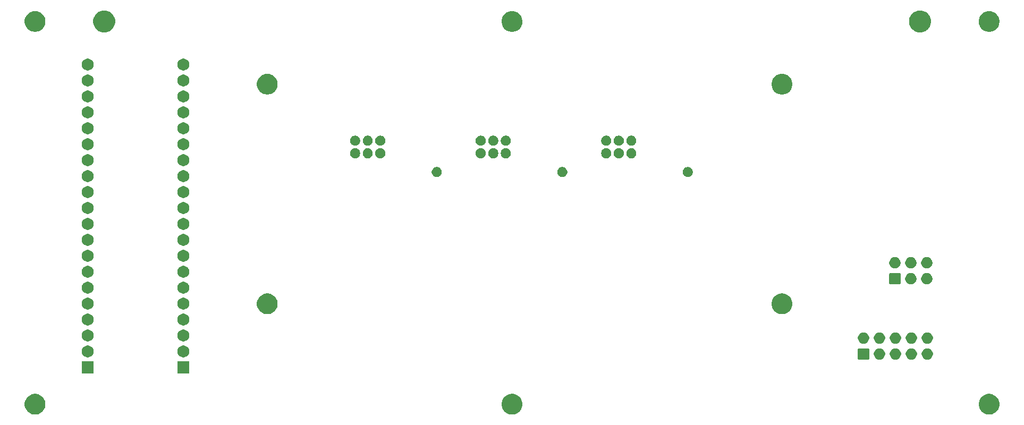
<source format=gbs>
G04 #@! TF.GenerationSoftware,KiCad,Pcbnew,(5.1.6)-1*
G04 #@! TF.CreationDate,2020-10-12T20:39:35+02:00*
G04 #@! TF.ProjectId,TestRig-PCB,54657374-5269-4672-9d50-43422e6b6963,rev?*
G04 #@! TF.SameCoordinates,Original*
G04 #@! TF.FileFunction,Soldermask,Bot*
G04 #@! TF.FilePolarity,Negative*
%FSLAX46Y46*%
G04 Gerber Fmt 4.6, Leading zero omitted, Abs format (unit mm)*
G04 Created by KiCad (PCBNEW (5.1.6)-1) date 2020-10-12 20:39:35*
%MOMM*%
%LPD*%
G01*
G04 APERTURE LIST*
%ADD10C,0.100000*%
G04 APERTURE END LIST*
D10*
G36*
X80375256Y-115391298D02*
G01*
X80481579Y-115412447D01*
X80782042Y-115536903D01*
X81052451Y-115717585D01*
X81282415Y-115947549D01*
X81463097Y-116217958D01*
X81587553Y-116518421D01*
X81651000Y-116837391D01*
X81651000Y-117162609D01*
X81587553Y-117481579D01*
X81463097Y-117782042D01*
X81282415Y-118052451D01*
X81052451Y-118282415D01*
X80782042Y-118463097D01*
X80481579Y-118587553D01*
X80375256Y-118608702D01*
X80162611Y-118651000D01*
X79837389Y-118651000D01*
X79624744Y-118608702D01*
X79518421Y-118587553D01*
X79217958Y-118463097D01*
X78947549Y-118282415D01*
X78717585Y-118052451D01*
X78536903Y-117782042D01*
X78412447Y-117481579D01*
X78349000Y-117162609D01*
X78349000Y-116837391D01*
X78412447Y-116518421D01*
X78536903Y-116217958D01*
X78717585Y-115947549D01*
X78947549Y-115717585D01*
X79217958Y-115536903D01*
X79518421Y-115412447D01*
X79624744Y-115391298D01*
X79837389Y-115349000D01*
X80162611Y-115349000D01*
X80375256Y-115391298D01*
G37*
G36*
X156375256Y-115391298D02*
G01*
X156481579Y-115412447D01*
X156782042Y-115536903D01*
X157052451Y-115717585D01*
X157282415Y-115947549D01*
X157463097Y-116217958D01*
X157587553Y-116518421D01*
X157651000Y-116837391D01*
X157651000Y-117162609D01*
X157587553Y-117481579D01*
X157463097Y-117782042D01*
X157282415Y-118052451D01*
X157052451Y-118282415D01*
X156782042Y-118463097D01*
X156481579Y-118587553D01*
X156375256Y-118608702D01*
X156162611Y-118651000D01*
X155837389Y-118651000D01*
X155624744Y-118608702D01*
X155518421Y-118587553D01*
X155217958Y-118463097D01*
X154947549Y-118282415D01*
X154717585Y-118052451D01*
X154536903Y-117782042D01*
X154412447Y-117481579D01*
X154349000Y-117162609D01*
X154349000Y-116837391D01*
X154412447Y-116518421D01*
X154536903Y-116217958D01*
X154717585Y-115947549D01*
X154947549Y-115717585D01*
X155217958Y-115536903D01*
X155518421Y-115412447D01*
X155624744Y-115391298D01*
X155837389Y-115349000D01*
X156162611Y-115349000D01*
X156375256Y-115391298D01*
G37*
G36*
X232375256Y-115391298D02*
G01*
X232481579Y-115412447D01*
X232782042Y-115536903D01*
X233052451Y-115717585D01*
X233282415Y-115947549D01*
X233463097Y-116217958D01*
X233587553Y-116518421D01*
X233651000Y-116837391D01*
X233651000Y-117162609D01*
X233587553Y-117481579D01*
X233463097Y-117782042D01*
X233282415Y-118052451D01*
X233052451Y-118282415D01*
X232782042Y-118463097D01*
X232481579Y-118587553D01*
X232375256Y-118608702D01*
X232162611Y-118651000D01*
X231837389Y-118651000D01*
X231624744Y-118608702D01*
X231518421Y-118587553D01*
X231217958Y-118463097D01*
X230947549Y-118282415D01*
X230717585Y-118052451D01*
X230536903Y-117782042D01*
X230412447Y-117481579D01*
X230349000Y-117162609D01*
X230349000Y-116837391D01*
X230412447Y-116518421D01*
X230536903Y-116217958D01*
X230717585Y-115947549D01*
X230947549Y-115717585D01*
X231217958Y-115536903D01*
X231518421Y-115412447D01*
X231624744Y-115391298D01*
X231837389Y-115349000D01*
X232162611Y-115349000D01*
X232375256Y-115391298D01*
G37*
G36*
X104571000Y-112081000D02*
G01*
X102669000Y-112081000D01*
X102669000Y-110179000D01*
X104571000Y-110179000D01*
X104571000Y-112081000D01*
G37*
G36*
X89331000Y-112081000D02*
G01*
X87429000Y-112081000D01*
X87429000Y-110179000D01*
X89331000Y-110179000D01*
X89331000Y-112081000D01*
G37*
G36*
X219728796Y-108102989D02*
G01*
X219882812Y-108133624D01*
X220046784Y-108201544D01*
X220194354Y-108300147D01*
X220319853Y-108425646D01*
X220418456Y-108573216D01*
X220486376Y-108737188D01*
X220521000Y-108911259D01*
X220521000Y-109088741D01*
X220486376Y-109262812D01*
X220418456Y-109426784D01*
X220319853Y-109574354D01*
X220194354Y-109699853D01*
X220046784Y-109798456D01*
X219882812Y-109866376D01*
X219734341Y-109895908D01*
X219708742Y-109901000D01*
X219531258Y-109901000D01*
X219505659Y-109895908D01*
X219357188Y-109866376D01*
X219193216Y-109798456D01*
X219045646Y-109699853D01*
X218920147Y-109574354D01*
X218821544Y-109426784D01*
X218753624Y-109262812D01*
X218719000Y-109088741D01*
X218719000Y-108911259D01*
X218753624Y-108737188D01*
X218821544Y-108573216D01*
X218920147Y-108425646D01*
X219045646Y-108300147D01*
X219193216Y-108201544D01*
X219357188Y-108133624D01*
X219511204Y-108102989D01*
X219531258Y-108099000D01*
X219708742Y-108099000D01*
X219728796Y-108102989D01*
G37*
G36*
X217188796Y-108102989D02*
G01*
X217342812Y-108133624D01*
X217506784Y-108201544D01*
X217654354Y-108300147D01*
X217779853Y-108425646D01*
X217878456Y-108573216D01*
X217946376Y-108737188D01*
X217981000Y-108911259D01*
X217981000Y-109088741D01*
X217946376Y-109262812D01*
X217878456Y-109426784D01*
X217779853Y-109574354D01*
X217654354Y-109699853D01*
X217506784Y-109798456D01*
X217342812Y-109866376D01*
X217194341Y-109895908D01*
X217168742Y-109901000D01*
X216991258Y-109901000D01*
X216965659Y-109895908D01*
X216817188Y-109866376D01*
X216653216Y-109798456D01*
X216505646Y-109699853D01*
X216380147Y-109574354D01*
X216281544Y-109426784D01*
X216213624Y-109262812D01*
X216179000Y-109088741D01*
X216179000Y-108911259D01*
X216213624Y-108737188D01*
X216281544Y-108573216D01*
X216380147Y-108425646D01*
X216505646Y-108300147D01*
X216653216Y-108201544D01*
X216817188Y-108133624D01*
X216971204Y-108102989D01*
X216991258Y-108099000D01*
X217168742Y-108099000D01*
X217188796Y-108102989D01*
G37*
G36*
X214648796Y-108102989D02*
G01*
X214802812Y-108133624D01*
X214966784Y-108201544D01*
X215114354Y-108300147D01*
X215239853Y-108425646D01*
X215338456Y-108573216D01*
X215406376Y-108737188D01*
X215441000Y-108911259D01*
X215441000Y-109088741D01*
X215406376Y-109262812D01*
X215338456Y-109426784D01*
X215239853Y-109574354D01*
X215114354Y-109699853D01*
X214966784Y-109798456D01*
X214802812Y-109866376D01*
X214654341Y-109895908D01*
X214628742Y-109901000D01*
X214451258Y-109901000D01*
X214425659Y-109895908D01*
X214277188Y-109866376D01*
X214113216Y-109798456D01*
X213965646Y-109699853D01*
X213840147Y-109574354D01*
X213741544Y-109426784D01*
X213673624Y-109262812D01*
X213639000Y-109088741D01*
X213639000Y-108911259D01*
X213673624Y-108737188D01*
X213741544Y-108573216D01*
X213840147Y-108425646D01*
X213965646Y-108300147D01*
X214113216Y-108201544D01*
X214277188Y-108133624D01*
X214431204Y-108102989D01*
X214451258Y-108099000D01*
X214628742Y-108099000D01*
X214648796Y-108102989D01*
G37*
G36*
X212758600Y-108102989D02*
G01*
X212791652Y-108113015D01*
X212822103Y-108129292D01*
X212848799Y-108151201D01*
X212870708Y-108177897D01*
X212886985Y-108208348D01*
X212897011Y-108241400D01*
X212901000Y-108281903D01*
X212901000Y-109718097D01*
X212897011Y-109758600D01*
X212886985Y-109791652D01*
X212870708Y-109822103D01*
X212848799Y-109848799D01*
X212822103Y-109870708D01*
X212791652Y-109886985D01*
X212758600Y-109897011D01*
X212718097Y-109901000D01*
X211281903Y-109901000D01*
X211241400Y-109897011D01*
X211208348Y-109886985D01*
X211177897Y-109870708D01*
X211151201Y-109848799D01*
X211129292Y-109822103D01*
X211113015Y-109791652D01*
X211102989Y-109758600D01*
X211099000Y-109718097D01*
X211099000Y-108281903D01*
X211102989Y-108241400D01*
X211113015Y-108208348D01*
X211129292Y-108177897D01*
X211151201Y-108151201D01*
X211177897Y-108129292D01*
X211208348Y-108113015D01*
X211241400Y-108102989D01*
X211281903Y-108099000D01*
X212718097Y-108099000D01*
X212758600Y-108102989D01*
G37*
G36*
X222268796Y-108102989D02*
G01*
X222422812Y-108133624D01*
X222586784Y-108201544D01*
X222734354Y-108300147D01*
X222859853Y-108425646D01*
X222958456Y-108573216D01*
X223026376Y-108737188D01*
X223061000Y-108911259D01*
X223061000Y-109088741D01*
X223026376Y-109262812D01*
X222958456Y-109426784D01*
X222859853Y-109574354D01*
X222734354Y-109699853D01*
X222586784Y-109798456D01*
X222422812Y-109866376D01*
X222274341Y-109895908D01*
X222248742Y-109901000D01*
X222071258Y-109901000D01*
X222045659Y-109895908D01*
X221897188Y-109866376D01*
X221733216Y-109798456D01*
X221585646Y-109699853D01*
X221460147Y-109574354D01*
X221361544Y-109426784D01*
X221293624Y-109262812D01*
X221259000Y-109088741D01*
X221259000Y-108911259D01*
X221293624Y-108737188D01*
X221361544Y-108573216D01*
X221460147Y-108425646D01*
X221585646Y-108300147D01*
X221733216Y-108201544D01*
X221897188Y-108133624D01*
X222051204Y-108102989D01*
X222071258Y-108099000D01*
X222248742Y-108099000D01*
X222268796Y-108102989D01*
G37*
G36*
X103897395Y-107675546D02*
G01*
X104070466Y-107747234D01*
X104070467Y-107747235D01*
X104226227Y-107851310D01*
X104358690Y-107983773D01*
X104358691Y-107983775D01*
X104462766Y-108139534D01*
X104534454Y-108312605D01*
X104571000Y-108496333D01*
X104571000Y-108683667D01*
X104534454Y-108867395D01*
X104462766Y-109040466D01*
X104462765Y-109040467D01*
X104358690Y-109196227D01*
X104226227Y-109328690D01*
X104147818Y-109381081D01*
X104070466Y-109432766D01*
X103897395Y-109504454D01*
X103713667Y-109541000D01*
X103526333Y-109541000D01*
X103342605Y-109504454D01*
X103169534Y-109432766D01*
X103092182Y-109381081D01*
X103013773Y-109328690D01*
X102881310Y-109196227D01*
X102777235Y-109040467D01*
X102777234Y-109040466D01*
X102705546Y-108867395D01*
X102669000Y-108683667D01*
X102669000Y-108496333D01*
X102705546Y-108312605D01*
X102777234Y-108139534D01*
X102881309Y-107983775D01*
X102881310Y-107983773D01*
X103013773Y-107851310D01*
X103169533Y-107747235D01*
X103169534Y-107747234D01*
X103342605Y-107675546D01*
X103526333Y-107639000D01*
X103713667Y-107639000D01*
X103897395Y-107675546D01*
G37*
G36*
X88657395Y-107675546D02*
G01*
X88830466Y-107747234D01*
X88830467Y-107747235D01*
X88986227Y-107851310D01*
X89118690Y-107983773D01*
X89118691Y-107983775D01*
X89222766Y-108139534D01*
X89294454Y-108312605D01*
X89331000Y-108496333D01*
X89331000Y-108683667D01*
X89294454Y-108867395D01*
X89222766Y-109040466D01*
X89222765Y-109040467D01*
X89118690Y-109196227D01*
X88986227Y-109328690D01*
X88907818Y-109381081D01*
X88830466Y-109432766D01*
X88657395Y-109504454D01*
X88473667Y-109541000D01*
X88286333Y-109541000D01*
X88102605Y-109504454D01*
X87929534Y-109432766D01*
X87852182Y-109381081D01*
X87773773Y-109328690D01*
X87641310Y-109196227D01*
X87537235Y-109040467D01*
X87537234Y-109040466D01*
X87465546Y-108867395D01*
X87429000Y-108683667D01*
X87429000Y-108496333D01*
X87465546Y-108312605D01*
X87537234Y-108139534D01*
X87641309Y-107983775D01*
X87641310Y-107983773D01*
X87773773Y-107851310D01*
X87929533Y-107747235D01*
X87929534Y-107747234D01*
X88102605Y-107675546D01*
X88286333Y-107639000D01*
X88473667Y-107639000D01*
X88657395Y-107675546D01*
G37*
G36*
X219733512Y-105563927D02*
G01*
X219882812Y-105593624D01*
X220046784Y-105661544D01*
X220194354Y-105760147D01*
X220319853Y-105885646D01*
X220418456Y-106033216D01*
X220486376Y-106197188D01*
X220521000Y-106371259D01*
X220521000Y-106548741D01*
X220486376Y-106722812D01*
X220418456Y-106886784D01*
X220319853Y-107034354D01*
X220194354Y-107159853D01*
X220046784Y-107258456D01*
X219882812Y-107326376D01*
X219733512Y-107356073D01*
X219708742Y-107361000D01*
X219531258Y-107361000D01*
X219506488Y-107356073D01*
X219357188Y-107326376D01*
X219193216Y-107258456D01*
X219045646Y-107159853D01*
X218920147Y-107034354D01*
X218821544Y-106886784D01*
X218753624Y-106722812D01*
X218719000Y-106548741D01*
X218719000Y-106371259D01*
X218753624Y-106197188D01*
X218821544Y-106033216D01*
X218920147Y-105885646D01*
X219045646Y-105760147D01*
X219193216Y-105661544D01*
X219357188Y-105593624D01*
X219506488Y-105563927D01*
X219531258Y-105559000D01*
X219708742Y-105559000D01*
X219733512Y-105563927D01*
G37*
G36*
X214653512Y-105563927D02*
G01*
X214802812Y-105593624D01*
X214966784Y-105661544D01*
X215114354Y-105760147D01*
X215239853Y-105885646D01*
X215338456Y-106033216D01*
X215406376Y-106197188D01*
X215441000Y-106371259D01*
X215441000Y-106548741D01*
X215406376Y-106722812D01*
X215338456Y-106886784D01*
X215239853Y-107034354D01*
X215114354Y-107159853D01*
X214966784Y-107258456D01*
X214802812Y-107326376D01*
X214653512Y-107356073D01*
X214628742Y-107361000D01*
X214451258Y-107361000D01*
X214426488Y-107356073D01*
X214277188Y-107326376D01*
X214113216Y-107258456D01*
X213965646Y-107159853D01*
X213840147Y-107034354D01*
X213741544Y-106886784D01*
X213673624Y-106722812D01*
X213639000Y-106548741D01*
X213639000Y-106371259D01*
X213673624Y-106197188D01*
X213741544Y-106033216D01*
X213840147Y-105885646D01*
X213965646Y-105760147D01*
X214113216Y-105661544D01*
X214277188Y-105593624D01*
X214426488Y-105563927D01*
X214451258Y-105559000D01*
X214628742Y-105559000D01*
X214653512Y-105563927D01*
G37*
G36*
X222273512Y-105563927D02*
G01*
X222422812Y-105593624D01*
X222586784Y-105661544D01*
X222734354Y-105760147D01*
X222859853Y-105885646D01*
X222958456Y-106033216D01*
X223026376Y-106197188D01*
X223061000Y-106371259D01*
X223061000Y-106548741D01*
X223026376Y-106722812D01*
X222958456Y-106886784D01*
X222859853Y-107034354D01*
X222734354Y-107159853D01*
X222586784Y-107258456D01*
X222422812Y-107326376D01*
X222273512Y-107356073D01*
X222248742Y-107361000D01*
X222071258Y-107361000D01*
X222046488Y-107356073D01*
X221897188Y-107326376D01*
X221733216Y-107258456D01*
X221585646Y-107159853D01*
X221460147Y-107034354D01*
X221361544Y-106886784D01*
X221293624Y-106722812D01*
X221259000Y-106548741D01*
X221259000Y-106371259D01*
X221293624Y-106197188D01*
X221361544Y-106033216D01*
X221460147Y-105885646D01*
X221585646Y-105760147D01*
X221733216Y-105661544D01*
X221897188Y-105593624D01*
X222046488Y-105563927D01*
X222071258Y-105559000D01*
X222248742Y-105559000D01*
X222273512Y-105563927D01*
G37*
G36*
X212113512Y-105563927D02*
G01*
X212262812Y-105593624D01*
X212426784Y-105661544D01*
X212574354Y-105760147D01*
X212699853Y-105885646D01*
X212798456Y-106033216D01*
X212866376Y-106197188D01*
X212901000Y-106371259D01*
X212901000Y-106548741D01*
X212866376Y-106722812D01*
X212798456Y-106886784D01*
X212699853Y-107034354D01*
X212574354Y-107159853D01*
X212426784Y-107258456D01*
X212262812Y-107326376D01*
X212113512Y-107356073D01*
X212088742Y-107361000D01*
X211911258Y-107361000D01*
X211886488Y-107356073D01*
X211737188Y-107326376D01*
X211573216Y-107258456D01*
X211425646Y-107159853D01*
X211300147Y-107034354D01*
X211201544Y-106886784D01*
X211133624Y-106722812D01*
X211099000Y-106548741D01*
X211099000Y-106371259D01*
X211133624Y-106197188D01*
X211201544Y-106033216D01*
X211300147Y-105885646D01*
X211425646Y-105760147D01*
X211573216Y-105661544D01*
X211737188Y-105593624D01*
X211886488Y-105563927D01*
X211911258Y-105559000D01*
X212088742Y-105559000D01*
X212113512Y-105563927D01*
G37*
G36*
X217193512Y-105563927D02*
G01*
X217342812Y-105593624D01*
X217506784Y-105661544D01*
X217654354Y-105760147D01*
X217779853Y-105885646D01*
X217878456Y-106033216D01*
X217946376Y-106197188D01*
X217981000Y-106371259D01*
X217981000Y-106548741D01*
X217946376Y-106722812D01*
X217878456Y-106886784D01*
X217779853Y-107034354D01*
X217654354Y-107159853D01*
X217506784Y-107258456D01*
X217342812Y-107326376D01*
X217193512Y-107356073D01*
X217168742Y-107361000D01*
X216991258Y-107361000D01*
X216966488Y-107356073D01*
X216817188Y-107326376D01*
X216653216Y-107258456D01*
X216505646Y-107159853D01*
X216380147Y-107034354D01*
X216281544Y-106886784D01*
X216213624Y-106722812D01*
X216179000Y-106548741D01*
X216179000Y-106371259D01*
X216213624Y-106197188D01*
X216281544Y-106033216D01*
X216380147Y-105885646D01*
X216505646Y-105760147D01*
X216653216Y-105661544D01*
X216817188Y-105593624D01*
X216966488Y-105563927D01*
X216991258Y-105559000D01*
X217168742Y-105559000D01*
X217193512Y-105563927D01*
G37*
G36*
X103897395Y-105135546D02*
G01*
X104070466Y-105207234D01*
X104070467Y-105207235D01*
X104226227Y-105311310D01*
X104358690Y-105443773D01*
X104358691Y-105443775D01*
X104462766Y-105599534D01*
X104534454Y-105772605D01*
X104571000Y-105956333D01*
X104571000Y-106143667D01*
X104534454Y-106327395D01*
X104462766Y-106500466D01*
X104462765Y-106500467D01*
X104358690Y-106656227D01*
X104226227Y-106788690D01*
X104147818Y-106841081D01*
X104070466Y-106892766D01*
X103897395Y-106964454D01*
X103713667Y-107001000D01*
X103526333Y-107001000D01*
X103342605Y-106964454D01*
X103169534Y-106892766D01*
X103092182Y-106841081D01*
X103013773Y-106788690D01*
X102881310Y-106656227D01*
X102777235Y-106500467D01*
X102777234Y-106500466D01*
X102705546Y-106327395D01*
X102669000Y-106143667D01*
X102669000Y-105956333D01*
X102705546Y-105772605D01*
X102777234Y-105599534D01*
X102881309Y-105443775D01*
X102881310Y-105443773D01*
X103013773Y-105311310D01*
X103169533Y-105207235D01*
X103169534Y-105207234D01*
X103342605Y-105135546D01*
X103526333Y-105099000D01*
X103713667Y-105099000D01*
X103897395Y-105135546D01*
G37*
G36*
X88657395Y-105135546D02*
G01*
X88830466Y-105207234D01*
X88830467Y-105207235D01*
X88986227Y-105311310D01*
X89118690Y-105443773D01*
X89118691Y-105443775D01*
X89222766Y-105599534D01*
X89294454Y-105772605D01*
X89331000Y-105956333D01*
X89331000Y-106143667D01*
X89294454Y-106327395D01*
X89222766Y-106500466D01*
X89222765Y-106500467D01*
X89118690Y-106656227D01*
X88986227Y-106788690D01*
X88907818Y-106841081D01*
X88830466Y-106892766D01*
X88657395Y-106964454D01*
X88473667Y-107001000D01*
X88286333Y-107001000D01*
X88102605Y-106964454D01*
X87929534Y-106892766D01*
X87852182Y-106841081D01*
X87773773Y-106788690D01*
X87641310Y-106656227D01*
X87537235Y-106500467D01*
X87537234Y-106500466D01*
X87465546Y-106327395D01*
X87429000Y-106143667D01*
X87429000Y-105956333D01*
X87465546Y-105772605D01*
X87537234Y-105599534D01*
X87641309Y-105443775D01*
X87641310Y-105443773D01*
X87773773Y-105311310D01*
X87929533Y-105207235D01*
X87929534Y-105207234D01*
X88102605Y-105135546D01*
X88286333Y-105099000D01*
X88473667Y-105099000D01*
X88657395Y-105135546D01*
G37*
G36*
X88657395Y-102595546D02*
G01*
X88830466Y-102667234D01*
X88830467Y-102667235D01*
X88986227Y-102771310D01*
X89118690Y-102903773D01*
X89118691Y-102903775D01*
X89222766Y-103059534D01*
X89294454Y-103232605D01*
X89331000Y-103416333D01*
X89331000Y-103603667D01*
X89294454Y-103787395D01*
X89222766Y-103960466D01*
X89222765Y-103960467D01*
X89118690Y-104116227D01*
X88986227Y-104248690D01*
X88907818Y-104301081D01*
X88830466Y-104352766D01*
X88657395Y-104424454D01*
X88473667Y-104461000D01*
X88286333Y-104461000D01*
X88102605Y-104424454D01*
X87929534Y-104352766D01*
X87852182Y-104301081D01*
X87773773Y-104248690D01*
X87641310Y-104116227D01*
X87537235Y-103960467D01*
X87537234Y-103960466D01*
X87465546Y-103787395D01*
X87429000Y-103603667D01*
X87429000Y-103416333D01*
X87465546Y-103232605D01*
X87537234Y-103059534D01*
X87641309Y-102903775D01*
X87641310Y-102903773D01*
X87773773Y-102771310D01*
X87929533Y-102667235D01*
X87929534Y-102667234D01*
X88102605Y-102595546D01*
X88286333Y-102559000D01*
X88473667Y-102559000D01*
X88657395Y-102595546D01*
G37*
G36*
X103897395Y-102595546D02*
G01*
X104070466Y-102667234D01*
X104070467Y-102667235D01*
X104226227Y-102771310D01*
X104358690Y-102903773D01*
X104358691Y-102903775D01*
X104462766Y-103059534D01*
X104534454Y-103232605D01*
X104571000Y-103416333D01*
X104571000Y-103603667D01*
X104534454Y-103787395D01*
X104462766Y-103960466D01*
X104462765Y-103960467D01*
X104358690Y-104116227D01*
X104226227Y-104248690D01*
X104147818Y-104301081D01*
X104070466Y-104352766D01*
X103897395Y-104424454D01*
X103713667Y-104461000D01*
X103526333Y-104461000D01*
X103342605Y-104424454D01*
X103169534Y-104352766D01*
X103092182Y-104301081D01*
X103013773Y-104248690D01*
X102881310Y-104116227D01*
X102777235Y-103960467D01*
X102777234Y-103960466D01*
X102705546Y-103787395D01*
X102669000Y-103603667D01*
X102669000Y-103416333D01*
X102705546Y-103232605D01*
X102777234Y-103059534D01*
X102881309Y-102903775D01*
X102881310Y-102903773D01*
X103013773Y-102771310D01*
X103169533Y-102667235D01*
X103169534Y-102667234D01*
X103342605Y-102595546D01*
X103526333Y-102559000D01*
X103713667Y-102559000D01*
X103897395Y-102595546D01*
G37*
G36*
X199375256Y-99391298D02*
G01*
X199481579Y-99412447D01*
X199782042Y-99536903D01*
X200052451Y-99717585D01*
X200282415Y-99947549D01*
X200463097Y-100217958D01*
X200587553Y-100518421D01*
X200651000Y-100837391D01*
X200651000Y-101162609D01*
X200587553Y-101481579D01*
X200463097Y-101782042D01*
X200282415Y-102052451D01*
X200052451Y-102282415D01*
X199782042Y-102463097D01*
X199481579Y-102587553D01*
X199441395Y-102595546D01*
X199162611Y-102651000D01*
X198837389Y-102651000D01*
X198558605Y-102595546D01*
X198518421Y-102587553D01*
X198217958Y-102463097D01*
X197947549Y-102282415D01*
X197717585Y-102052451D01*
X197536903Y-101782042D01*
X197412447Y-101481579D01*
X197349000Y-101162609D01*
X197349000Y-100837391D01*
X197412447Y-100518421D01*
X197536903Y-100217958D01*
X197717585Y-99947549D01*
X197947549Y-99717585D01*
X198217958Y-99536903D01*
X198518421Y-99412447D01*
X198624744Y-99391298D01*
X198837389Y-99349000D01*
X199162611Y-99349000D01*
X199375256Y-99391298D01*
G37*
G36*
X117375256Y-99391298D02*
G01*
X117481579Y-99412447D01*
X117782042Y-99536903D01*
X118052451Y-99717585D01*
X118282415Y-99947549D01*
X118463097Y-100217958D01*
X118587553Y-100518421D01*
X118651000Y-100837391D01*
X118651000Y-101162609D01*
X118587553Y-101481579D01*
X118463097Y-101782042D01*
X118282415Y-102052451D01*
X118052451Y-102282415D01*
X117782042Y-102463097D01*
X117481579Y-102587553D01*
X117441395Y-102595546D01*
X117162611Y-102651000D01*
X116837389Y-102651000D01*
X116558605Y-102595546D01*
X116518421Y-102587553D01*
X116217958Y-102463097D01*
X115947549Y-102282415D01*
X115717585Y-102052451D01*
X115536903Y-101782042D01*
X115412447Y-101481579D01*
X115349000Y-101162609D01*
X115349000Y-100837391D01*
X115412447Y-100518421D01*
X115536903Y-100217958D01*
X115717585Y-99947549D01*
X115947549Y-99717585D01*
X116217958Y-99536903D01*
X116518421Y-99412447D01*
X116624744Y-99391298D01*
X116837389Y-99349000D01*
X117162611Y-99349000D01*
X117375256Y-99391298D01*
G37*
G36*
X88657395Y-100055546D02*
G01*
X88830466Y-100127234D01*
X88830467Y-100127235D01*
X88986227Y-100231310D01*
X89118690Y-100363773D01*
X89118691Y-100363775D01*
X89222766Y-100519534D01*
X89294454Y-100692605D01*
X89331000Y-100876333D01*
X89331000Y-101063667D01*
X89294454Y-101247395D01*
X89222766Y-101420466D01*
X89171081Y-101497818D01*
X89118690Y-101576227D01*
X88986227Y-101708690D01*
X88907818Y-101761081D01*
X88830466Y-101812766D01*
X88657395Y-101884454D01*
X88473667Y-101921000D01*
X88286333Y-101921000D01*
X88102605Y-101884454D01*
X87929534Y-101812766D01*
X87852182Y-101761081D01*
X87773773Y-101708690D01*
X87641310Y-101576227D01*
X87588919Y-101497818D01*
X87537234Y-101420466D01*
X87465546Y-101247395D01*
X87429000Y-101063667D01*
X87429000Y-100876333D01*
X87465546Y-100692605D01*
X87537234Y-100519534D01*
X87641309Y-100363775D01*
X87641310Y-100363773D01*
X87773773Y-100231310D01*
X87929533Y-100127235D01*
X87929534Y-100127234D01*
X88102605Y-100055546D01*
X88286333Y-100019000D01*
X88473667Y-100019000D01*
X88657395Y-100055546D01*
G37*
G36*
X103897395Y-100055546D02*
G01*
X104070466Y-100127234D01*
X104070467Y-100127235D01*
X104226227Y-100231310D01*
X104358690Y-100363773D01*
X104358691Y-100363775D01*
X104462766Y-100519534D01*
X104534454Y-100692605D01*
X104571000Y-100876333D01*
X104571000Y-101063667D01*
X104534454Y-101247395D01*
X104462766Y-101420466D01*
X104411081Y-101497818D01*
X104358690Y-101576227D01*
X104226227Y-101708690D01*
X104147818Y-101761081D01*
X104070466Y-101812766D01*
X103897395Y-101884454D01*
X103713667Y-101921000D01*
X103526333Y-101921000D01*
X103342605Y-101884454D01*
X103169534Y-101812766D01*
X103092182Y-101761081D01*
X103013773Y-101708690D01*
X102881310Y-101576227D01*
X102828919Y-101497818D01*
X102777234Y-101420466D01*
X102705546Y-101247395D01*
X102669000Y-101063667D01*
X102669000Y-100876333D01*
X102705546Y-100692605D01*
X102777234Y-100519534D01*
X102881309Y-100363775D01*
X102881310Y-100363773D01*
X103013773Y-100231310D01*
X103169533Y-100127235D01*
X103169534Y-100127234D01*
X103342605Y-100055546D01*
X103526333Y-100019000D01*
X103713667Y-100019000D01*
X103897395Y-100055546D01*
G37*
G36*
X103897395Y-97515546D02*
G01*
X104070466Y-97587234D01*
X104070467Y-97587235D01*
X104226227Y-97691310D01*
X104358690Y-97823773D01*
X104387156Y-97866376D01*
X104462766Y-97979534D01*
X104534454Y-98152605D01*
X104571000Y-98336333D01*
X104571000Y-98523667D01*
X104534454Y-98707395D01*
X104462766Y-98880466D01*
X104462765Y-98880467D01*
X104358690Y-99036227D01*
X104226227Y-99168690D01*
X104147818Y-99221081D01*
X104070466Y-99272766D01*
X103897395Y-99344454D01*
X103713667Y-99381000D01*
X103526333Y-99381000D01*
X103342605Y-99344454D01*
X103169534Y-99272766D01*
X103092182Y-99221081D01*
X103013773Y-99168690D01*
X102881310Y-99036227D01*
X102777235Y-98880467D01*
X102777234Y-98880466D01*
X102705546Y-98707395D01*
X102669000Y-98523667D01*
X102669000Y-98336333D01*
X102705546Y-98152605D01*
X102777234Y-97979534D01*
X102852844Y-97866376D01*
X102881310Y-97823773D01*
X103013773Y-97691310D01*
X103169533Y-97587235D01*
X103169534Y-97587234D01*
X103342605Y-97515546D01*
X103526333Y-97479000D01*
X103713667Y-97479000D01*
X103897395Y-97515546D01*
G37*
G36*
X88657395Y-97515546D02*
G01*
X88830466Y-97587234D01*
X88830467Y-97587235D01*
X88986227Y-97691310D01*
X89118690Y-97823773D01*
X89147156Y-97866376D01*
X89222766Y-97979534D01*
X89294454Y-98152605D01*
X89331000Y-98336333D01*
X89331000Y-98523667D01*
X89294454Y-98707395D01*
X89222766Y-98880466D01*
X89222765Y-98880467D01*
X89118690Y-99036227D01*
X88986227Y-99168690D01*
X88907818Y-99221081D01*
X88830466Y-99272766D01*
X88657395Y-99344454D01*
X88473667Y-99381000D01*
X88286333Y-99381000D01*
X88102605Y-99344454D01*
X87929534Y-99272766D01*
X87852182Y-99221081D01*
X87773773Y-99168690D01*
X87641310Y-99036227D01*
X87537235Y-98880467D01*
X87537234Y-98880466D01*
X87465546Y-98707395D01*
X87429000Y-98523667D01*
X87429000Y-98336333D01*
X87465546Y-98152605D01*
X87537234Y-97979534D01*
X87612844Y-97866376D01*
X87641310Y-97823773D01*
X87773773Y-97691310D01*
X87929533Y-97587235D01*
X87929534Y-97587234D01*
X88102605Y-97515546D01*
X88286333Y-97479000D01*
X88473667Y-97479000D01*
X88657395Y-97515546D01*
G37*
G36*
X217758600Y-96102989D02*
G01*
X217791652Y-96113015D01*
X217822103Y-96129292D01*
X217848799Y-96151201D01*
X217870708Y-96177897D01*
X217886985Y-96208348D01*
X217897011Y-96241400D01*
X217901000Y-96281903D01*
X217901000Y-97718097D01*
X217897011Y-97758600D01*
X217886985Y-97791652D01*
X217870708Y-97822103D01*
X217848799Y-97848799D01*
X217822103Y-97870708D01*
X217791652Y-97886985D01*
X217758600Y-97897011D01*
X217718097Y-97901000D01*
X216281903Y-97901000D01*
X216241400Y-97897011D01*
X216208348Y-97886985D01*
X216177897Y-97870708D01*
X216151201Y-97848799D01*
X216129292Y-97822103D01*
X216113015Y-97791652D01*
X216102989Y-97758600D01*
X216099000Y-97718097D01*
X216099000Y-96281903D01*
X216102989Y-96241400D01*
X216113015Y-96208348D01*
X216129292Y-96177897D01*
X216151201Y-96151201D01*
X216177897Y-96129292D01*
X216208348Y-96113015D01*
X216241400Y-96102989D01*
X216281903Y-96099000D01*
X217718097Y-96099000D01*
X217758600Y-96102989D01*
G37*
G36*
X222188796Y-96102989D02*
G01*
X222342812Y-96133624D01*
X222506784Y-96201544D01*
X222654354Y-96300147D01*
X222779853Y-96425646D01*
X222878456Y-96573216D01*
X222946376Y-96737188D01*
X222981000Y-96911259D01*
X222981000Y-97088741D01*
X222946376Y-97262812D01*
X222878456Y-97426784D01*
X222779853Y-97574354D01*
X222654354Y-97699853D01*
X222506784Y-97798456D01*
X222342812Y-97866376D01*
X222194341Y-97895908D01*
X222168742Y-97901000D01*
X221991258Y-97901000D01*
X221965659Y-97895908D01*
X221817188Y-97866376D01*
X221653216Y-97798456D01*
X221505646Y-97699853D01*
X221380147Y-97574354D01*
X221281544Y-97426784D01*
X221213624Y-97262812D01*
X221179000Y-97088741D01*
X221179000Y-96911259D01*
X221213624Y-96737188D01*
X221281544Y-96573216D01*
X221380147Y-96425646D01*
X221505646Y-96300147D01*
X221653216Y-96201544D01*
X221817188Y-96133624D01*
X221971204Y-96102989D01*
X221991258Y-96099000D01*
X222168742Y-96099000D01*
X222188796Y-96102989D01*
G37*
G36*
X219648796Y-96102989D02*
G01*
X219802812Y-96133624D01*
X219966784Y-96201544D01*
X220114354Y-96300147D01*
X220239853Y-96425646D01*
X220338456Y-96573216D01*
X220406376Y-96737188D01*
X220441000Y-96911259D01*
X220441000Y-97088741D01*
X220406376Y-97262812D01*
X220338456Y-97426784D01*
X220239853Y-97574354D01*
X220114354Y-97699853D01*
X219966784Y-97798456D01*
X219802812Y-97866376D01*
X219654341Y-97895908D01*
X219628742Y-97901000D01*
X219451258Y-97901000D01*
X219425659Y-97895908D01*
X219277188Y-97866376D01*
X219113216Y-97798456D01*
X218965646Y-97699853D01*
X218840147Y-97574354D01*
X218741544Y-97426784D01*
X218673624Y-97262812D01*
X218639000Y-97088741D01*
X218639000Y-96911259D01*
X218673624Y-96737188D01*
X218741544Y-96573216D01*
X218840147Y-96425646D01*
X218965646Y-96300147D01*
X219113216Y-96201544D01*
X219277188Y-96133624D01*
X219431204Y-96102989D01*
X219451258Y-96099000D01*
X219628742Y-96099000D01*
X219648796Y-96102989D01*
G37*
G36*
X103897395Y-94975546D02*
G01*
X104070466Y-95047234D01*
X104070467Y-95047235D01*
X104226227Y-95151310D01*
X104358690Y-95283773D01*
X104387156Y-95326376D01*
X104462766Y-95439534D01*
X104534454Y-95612605D01*
X104571000Y-95796333D01*
X104571000Y-95983667D01*
X104534454Y-96167395D01*
X104462766Y-96340466D01*
X104462765Y-96340467D01*
X104358690Y-96496227D01*
X104226227Y-96628690D01*
X104147818Y-96681081D01*
X104070466Y-96732766D01*
X103897395Y-96804454D01*
X103713667Y-96841000D01*
X103526333Y-96841000D01*
X103342605Y-96804454D01*
X103169534Y-96732766D01*
X103092182Y-96681081D01*
X103013773Y-96628690D01*
X102881310Y-96496227D01*
X102777235Y-96340467D01*
X102777234Y-96340466D01*
X102705546Y-96167395D01*
X102669000Y-95983667D01*
X102669000Y-95796333D01*
X102705546Y-95612605D01*
X102777234Y-95439534D01*
X102852844Y-95326376D01*
X102881310Y-95283773D01*
X103013773Y-95151310D01*
X103169533Y-95047235D01*
X103169534Y-95047234D01*
X103342605Y-94975546D01*
X103526333Y-94939000D01*
X103713667Y-94939000D01*
X103897395Y-94975546D01*
G37*
G36*
X88657395Y-94975546D02*
G01*
X88830466Y-95047234D01*
X88830467Y-95047235D01*
X88986227Y-95151310D01*
X89118690Y-95283773D01*
X89147156Y-95326376D01*
X89222766Y-95439534D01*
X89294454Y-95612605D01*
X89331000Y-95796333D01*
X89331000Y-95983667D01*
X89294454Y-96167395D01*
X89222766Y-96340466D01*
X89222765Y-96340467D01*
X89118690Y-96496227D01*
X88986227Y-96628690D01*
X88907818Y-96681081D01*
X88830466Y-96732766D01*
X88657395Y-96804454D01*
X88473667Y-96841000D01*
X88286333Y-96841000D01*
X88102605Y-96804454D01*
X87929534Y-96732766D01*
X87852182Y-96681081D01*
X87773773Y-96628690D01*
X87641310Y-96496227D01*
X87537235Y-96340467D01*
X87537234Y-96340466D01*
X87465546Y-96167395D01*
X87429000Y-95983667D01*
X87429000Y-95796333D01*
X87465546Y-95612605D01*
X87537234Y-95439534D01*
X87612844Y-95326376D01*
X87641310Y-95283773D01*
X87773773Y-95151310D01*
X87929533Y-95047235D01*
X87929534Y-95047234D01*
X88102605Y-94975546D01*
X88286333Y-94939000D01*
X88473667Y-94939000D01*
X88657395Y-94975546D01*
G37*
G36*
X222193512Y-93563927D02*
G01*
X222342812Y-93593624D01*
X222506784Y-93661544D01*
X222654354Y-93760147D01*
X222779853Y-93885646D01*
X222878456Y-94033216D01*
X222946376Y-94197188D01*
X222981000Y-94371259D01*
X222981000Y-94548741D01*
X222946376Y-94722812D01*
X222878456Y-94886784D01*
X222779853Y-95034354D01*
X222654354Y-95159853D01*
X222506784Y-95258456D01*
X222342812Y-95326376D01*
X222193512Y-95356073D01*
X222168742Y-95361000D01*
X221991258Y-95361000D01*
X221966488Y-95356073D01*
X221817188Y-95326376D01*
X221653216Y-95258456D01*
X221505646Y-95159853D01*
X221380147Y-95034354D01*
X221281544Y-94886784D01*
X221213624Y-94722812D01*
X221179000Y-94548741D01*
X221179000Y-94371259D01*
X221213624Y-94197188D01*
X221281544Y-94033216D01*
X221380147Y-93885646D01*
X221505646Y-93760147D01*
X221653216Y-93661544D01*
X221817188Y-93593624D01*
X221966488Y-93563927D01*
X221991258Y-93559000D01*
X222168742Y-93559000D01*
X222193512Y-93563927D01*
G37*
G36*
X219653512Y-93563927D02*
G01*
X219802812Y-93593624D01*
X219966784Y-93661544D01*
X220114354Y-93760147D01*
X220239853Y-93885646D01*
X220338456Y-94033216D01*
X220406376Y-94197188D01*
X220441000Y-94371259D01*
X220441000Y-94548741D01*
X220406376Y-94722812D01*
X220338456Y-94886784D01*
X220239853Y-95034354D01*
X220114354Y-95159853D01*
X219966784Y-95258456D01*
X219802812Y-95326376D01*
X219653512Y-95356073D01*
X219628742Y-95361000D01*
X219451258Y-95361000D01*
X219426488Y-95356073D01*
X219277188Y-95326376D01*
X219113216Y-95258456D01*
X218965646Y-95159853D01*
X218840147Y-95034354D01*
X218741544Y-94886784D01*
X218673624Y-94722812D01*
X218639000Y-94548741D01*
X218639000Y-94371259D01*
X218673624Y-94197188D01*
X218741544Y-94033216D01*
X218840147Y-93885646D01*
X218965646Y-93760147D01*
X219113216Y-93661544D01*
X219277188Y-93593624D01*
X219426488Y-93563927D01*
X219451258Y-93559000D01*
X219628742Y-93559000D01*
X219653512Y-93563927D01*
G37*
G36*
X217113512Y-93563927D02*
G01*
X217262812Y-93593624D01*
X217426784Y-93661544D01*
X217574354Y-93760147D01*
X217699853Y-93885646D01*
X217798456Y-94033216D01*
X217866376Y-94197188D01*
X217901000Y-94371259D01*
X217901000Y-94548741D01*
X217866376Y-94722812D01*
X217798456Y-94886784D01*
X217699853Y-95034354D01*
X217574354Y-95159853D01*
X217426784Y-95258456D01*
X217262812Y-95326376D01*
X217113512Y-95356073D01*
X217088742Y-95361000D01*
X216911258Y-95361000D01*
X216886488Y-95356073D01*
X216737188Y-95326376D01*
X216573216Y-95258456D01*
X216425646Y-95159853D01*
X216300147Y-95034354D01*
X216201544Y-94886784D01*
X216133624Y-94722812D01*
X216099000Y-94548741D01*
X216099000Y-94371259D01*
X216133624Y-94197188D01*
X216201544Y-94033216D01*
X216300147Y-93885646D01*
X216425646Y-93760147D01*
X216573216Y-93661544D01*
X216737188Y-93593624D01*
X216886488Y-93563927D01*
X216911258Y-93559000D01*
X217088742Y-93559000D01*
X217113512Y-93563927D01*
G37*
G36*
X88657395Y-92435546D02*
G01*
X88830466Y-92507234D01*
X88830467Y-92507235D01*
X88986227Y-92611310D01*
X89118690Y-92743773D01*
X89118691Y-92743775D01*
X89222766Y-92899534D01*
X89294454Y-93072605D01*
X89331000Y-93256333D01*
X89331000Y-93443667D01*
X89294454Y-93627395D01*
X89222766Y-93800466D01*
X89222765Y-93800467D01*
X89118690Y-93956227D01*
X88986227Y-94088690D01*
X88907818Y-94141081D01*
X88830466Y-94192766D01*
X88657395Y-94264454D01*
X88473667Y-94301000D01*
X88286333Y-94301000D01*
X88102605Y-94264454D01*
X87929534Y-94192766D01*
X87852182Y-94141081D01*
X87773773Y-94088690D01*
X87641310Y-93956227D01*
X87537235Y-93800467D01*
X87537234Y-93800466D01*
X87465546Y-93627395D01*
X87429000Y-93443667D01*
X87429000Y-93256333D01*
X87465546Y-93072605D01*
X87537234Y-92899534D01*
X87641309Y-92743775D01*
X87641310Y-92743773D01*
X87773773Y-92611310D01*
X87929533Y-92507235D01*
X87929534Y-92507234D01*
X88102605Y-92435546D01*
X88286333Y-92399000D01*
X88473667Y-92399000D01*
X88657395Y-92435546D01*
G37*
G36*
X103897395Y-92435546D02*
G01*
X104070466Y-92507234D01*
X104070467Y-92507235D01*
X104226227Y-92611310D01*
X104358690Y-92743773D01*
X104358691Y-92743775D01*
X104462766Y-92899534D01*
X104534454Y-93072605D01*
X104571000Y-93256333D01*
X104571000Y-93443667D01*
X104534454Y-93627395D01*
X104462766Y-93800466D01*
X104462765Y-93800467D01*
X104358690Y-93956227D01*
X104226227Y-94088690D01*
X104147818Y-94141081D01*
X104070466Y-94192766D01*
X103897395Y-94264454D01*
X103713667Y-94301000D01*
X103526333Y-94301000D01*
X103342605Y-94264454D01*
X103169534Y-94192766D01*
X103092182Y-94141081D01*
X103013773Y-94088690D01*
X102881310Y-93956227D01*
X102777235Y-93800467D01*
X102777234Y-93800466D01*
X102705546Y-93627395D01*
X102669000Y-93443667D01*
X102669000Y-93256333D01*
X102705546Y-93072605D01*
X102777234Y-92899534D01*
X102881309Y-92743775D01*
X102881310Y-92743773D01*
X103013773Y-92611310D01*
X103169533Y-92507235D01*
X103169534Y-92507234D01*
X103342605Y-92435546D01*
X103526333Y-92399000D01*
X103713667Y-92399000D01*
X103897395Y-92435546D01*
G37*
G36*
X103897395Y-89895546D02*
G01*
X104070466Y-89967234D01*
X104070467Y-89967235D01*
X104226227Y-90071310D01*
X104358690Y-90203773D01*
X104358691Y-90203775D01*
X104462766Y-90359534D01*
X104534454Y-90532605D01*
X104571000Y-90716333D01*
X104571000Y-90903667D01*
X104534454Y-91087395D01*
X104462766Y-91260466D01*
X104462765Y-91260467D01*
X104358690Y-91416227D01*
X104226227Y-91548690D01*
X104147818Y-91601081D01*
X104070466Y-91652766D01*
X103897395Y-91724454D01*
X103713667Y-91761000D01*
X103526333Y-91761000D01*
X103342605Y-91724454D01*
X103169534Y-91652766D01*
X103092182Y-91601081D01*
X103013773Y-91548690D01*
X102881310Y-91416227D01*
X102777235Y-91260467D01*
X102777234Y-91260466D01*
X102705546Y-91087395D01*
X102669000Y-90903667D01*
X102669000Y-90716333D01*
X102705546Y-90532605D01*
X102777234Y-90359534D01*
X102881309Y-90203775D01*
X102881310Y-90203773D01*
X103013773Y-90071310D01*
X103169533Y-89967235D01*
X103169534Y-89967234D01*
X103342605Y-89895546D01*
X103526333Y-89859000D01*
X103713667Y-89859000D01*
X103897395Y-89895546D01*
G37*
G36*
X88657395Y-89895546D02*
G01*
X88830466Y-89967234D01*
X88830467Y-89967235D01*
X88986227Y-90071310D01*
X89118690Y-90203773D01*
X89118691Y-90203775D01*
X89222766Y-90359534D01*
X89294454Y-90532605D01*
X89331000Y-90716333D01*
X89331000Y-90903667D01*
X89294454Y-91087395D01*
X89222766Y-91260466D01*
X89222765Y-91260467D01*
X89118690Y-91416227D01*
X88986227Y-91548690D01*
X88907818Y-91601081D01*
X88830466Y-91652766D01*
X88657395Y-91724454D01*
X88473667Y-91761000D01*
X88286333Y-91761000D01*
X88102605Y-91724454D01*
X87929534Y-91652766D01*
X87852182Y-91601081D01*
X87773773Y-91548690D01*
X87641310Y-91416227D01*
X87537235Y-91260467D01*
X87537234Y-91260466D01*
X87465546Y-91087395D01*
X87429000Y-90903667D01*
X87429000Y-90716333D01*
X87465546Y-90532605D01*
X87537234Y-90359534D01*
X87641309Y-90203775D01*
X87641310Y-90203773D01*
X87773773Y-90071310D01*
X87929533Y-89967235D01*
X87929534Y-89967234D01*
X88102605Y-89895546D01*
X88286333Y-89859000D01*
X88473667Y-89859000D01*
X88657395Y-89895546D01*
G37*
G36*
X88657395Y-87355546D02*
G01*
X88830466Y-87427234D01*
X88830467Y-87427235D01*
X88986227Y-87531310D01*
X89118690Y-87663773D01*
X89118691Y-87663775D01*
X89222766Y-87819534D01*
X89294454Y-87992605D01*
X89331000Y-88176333D01*
X89331000Y-88363667D01*
X89294454Y-88547395D01*
X89222766Y-88720466D01*
X89222765Y-88720467D01*
X89118690Y-88876227D01*
X88986227Y-89008690D01*
X88907818Y-89061081D01*
X88830466Y-89112766D01*
X88657395Y-89184454D01*
X88473667Y-89221000D01*
X88286333Y-89221000D01*
X88102605Y-89184454D01*
X87929534Y-89112766D01*
X87852182Y-89061081D01*
X87773773Y-89008690D01*
X87641310Y-88876227D01*
X87537235Y-88720467D01*
X87537234Y-88720466D01*
X87465546Y-88547395D01*
X87429000Y-88363667D01*
X87429000Y-88176333D01*
X87465546Y-87992605D01*
X87537234Y-87819534D01*
X87641309Y-87663775D01*
X87641310Y-87663773D01*
X87773773Y-87531310D01*
X87929533Y-87427235D01*
X87929534Y-87427234D01*
X88102605Y-87355546D01*
X88286333Y-87319000D01*
X88473667Y-87319000D01*
X88657395Y-87355546D01*
G37*
G36*
X103897395Y-87355546D02*
G01*
X104070466Y-87427234D01*
X104070467Y-87427235D01*
X104226227Y-87531310D01*
X104358690Y-87663773D01*
X104358691Y-87663775D01*
X104462766Y-87819534D01*
X104534454Y-87992605D01*
X104571000Y-88176333D01*
X104571000Y-88363667D01*
X104534454Y-88547395D01*
X104462766Y-88720466D01*
X104462765Y-88720467D01*
X104358690Y-88876227D01*
X104226227Y-89008690D01*
X104147818Y-89061081D01*
X104070466Y-89112766D01*
X103897395Y-89184454D01*
X103713667Y-89221000D01*
X103526333Y-89221000D01*
X103342605Y-89184454D01*
X103169534Y-89112766D01*
X103092182Y-89061081D01*
X103013773Y-89008690D01*
X102881310Y-88876227D01*
X102777235Y-88720467D01*
X102777234Y-88720466D01*
X102705546Y-88547395D01*
X102669000Y-88363667D01*
X102669000Y-88176333D01*
X102705546Y-87992605D01*
X102777234Y-87819534D01*
X102881309Y-87663775D01*
X102881310Y-87663773D01*
X103013773Y-87531310D01*
X103169533Y-87427235D01*
X103169534Y-87427234D01*
X103342605Y-87355546D01*
X103526333Y-87319000D01*
X103713667Y-87319000D01*
X103897395Y-87355546D01*
G37*
G36*
X88657395Y-84815546D02*
G01*
X88830466Y-84887234D01*
X88830467Y-84887235D01*
X88986227Y-84991310D01*
X89118690Y-85123773D01*
X89118691Y-85123775D01*
X89222766Y-85279534D01*
X89294454Y-85452605D01*
X89331000Y-85636333D01*
X89331000Y-85823667D01*
X89294454Y-86007395D01*
X89222766Y-86180466D01*
X89222765Y-86180467D01*
X89118690Y-86336227D01*
X88986227Y-86468690D01*
X88907818Y-86521081D01*
X88830466Y-86572766D01*
X88657395Y-86644454D01*
X88473667Y-86681000D01*
X88286333Y-86681000D01*
X88102605Y-86644454D01*
X87929534Y-86572766D01*
X87852182Y-86521081D01*
X87773773Y-86468690D01*
X87641310Y-86336227D01*
X87537235Y-86180467D01*
X87537234Y-86180466D01*
X87465546Y-86007395D01*
X87429000Y-85823667D01*
X87429000Y-85636333D01*
X87465546Y-85452605D01*
X87537234Y-85279534D01*
X87641309Y-85123775D01*
X87641310Y-85123773D01*
X87773773Y-84991310D01*
X87929533Y-84887235D01*
X87929534Y-84887234D01*
X88102605Y-84815546D01*
X88286333Y-84779000D01*
X88473667Y-84779000D01*
X88657395Y-84815546D01*
G37*
G36*
X103897395Y-84815546D02*
G01*
X104070466Y-84887234D01*
X104070467Y-84887235D01*
X104226227Y-84991310D01*
X104358690Y-85123773D01*
X104358691Y-85123775D01*
X104462766Y-85279534D01*
X104534454Y-85452605D01*
X104571000Y-85636333D01*
X104571000Y-85823667D01*
X104534454Y-86007395D01*
X104462766Y-86180466D01*
X104462765Y-86180467D01*
X104358690Y-86336227D01*
X104226227Y-86468690D01*
X104147818Y-86521081D01*
X104070466Y-86572766D01*
X103897395Y-86644454D01*
X103713667Y-86681000D01*
X103526333Y-86681000D01*
X103342605Y-86644454D01*
X103169534Y-86572766D01*
X103092182Y-86521081D01*
X103013773Y-86468690D01*
X102881310Y-86336227D01*
X102777235Y-86180467D01*
X102777234Y-86180466D01*
X102705546Y-86007395D01*
X102669000Y-85823667D01*
X102669000Y-85636333D01*
X102705546Y-85452605D01*
X102777234Y-85279534D01*
X102881309Y-85123775D01*
X102881310Y-85123773D01*
X103013773Y-84991310D01*
X103169533Y-84887235D01*
X103169534Y-84887234D01*
X103342605Y-84815546D01*
X103526333Y-84779000D01*
X103713667Y-84779000D01*
X103897395Y-84815546D01*
G37*
G36*
X103897395Y-82275546D02*
G01*
X104070466Y-82347234D01*
X104070467Y-82347235D01*
X104226227Y-82451310D01*
X104358690Y-82583773D01*
X104358691Y-82583775D01*
X104462766Y-82739534D01*
X104534454Y-82912605D01*
X104571000Y-83096333D01*
X104571000Y-83283667D01*
X104534454Y-83467395D01*
X104462766Y-83640466D01*
X104462765Y-83640467D01*
X104358690Y-83796227D01*
X104226227Y-83928690D01*
X104147818Y-83981081D01*
X104070466Y-84032766D01*
X103897395Y-84104454D01*
X103713667Y-84141000D01*
X103526333Y-84141000D01*
X103342605Y-84104454D01*
X103169534Y-84032766D01*
X103092182Y-83981081D01*
X103013773Y-83928690D01*
X102881310Y-83796227D01*
X102777235Y-83640467D01*
X102777234Y-83640466D01*
X102705546Y-83467395D01*
X102669000Y-83283667D01*
X102669000Y-83096333D01*
X102705546Y-82912605D01*
X102777234Y-82739534D01*
X102881309Y-82583775D01*
X102881310Y-82583773D01*
X103013773Y-82451310D01*
X103169533Y-82347235D01*
X103169534Y-82347234D01*
X103342605Y-82275546D01*
X103526333Y-82239000D01*
X103713667Y-82239000D01*
X103897395Y-82275546D01*
G37*
G36*
X88657395Y-82275546D02*
G01*
X88830466Y-82347234D01*
X88830467Y-82347235D01*
X88986227Y-82451310D01*
X89118690Y-82583773D01*
X89118691Y-82583775D01*
X89222766Y-82739534D01*
X89294454Y-82912605D01*
X89331000Y-83096333D01*
X89331000Y-83283667D01*
X89294454Y-83467395D01*
X89222766Y-83640466D01*
X89222765Y-83640467D01*
X89118690Y-83796227D01*
X88986227Y-83928690D01*
X88907818Y-83981081D01*
X88830466Y-84032766D01*
X88657395Y-84104454D01*
X88473667Y-84141000D01*
X88286333Y-84141000D01*
X88102605Y-84104454D01*
X87929534Y-84032766D01*
X87852182Y-83981081D01*
X87773773Y-83928690D01*
X87641310Y-83796227D01*
X87537235Y-83640467D01*
X87537234Y-83640466D01*
X87465546Y-83467395D01*
X87429000Y-83283667D01*
X87429000Y-83096333D01*
X87465546Y-82912605D01*
X87537234Y-82739534D01*
X87641309Y-82583775D01*
X87641310Y-82583773D01*
X87773773Y-82451310D01*
X87929533Y-82347235D01*
X87929534Y-82347234D01*
X88102605Y-82275546D01*
X88286333Y-82239000D01*
X88473667Y-82239000D01*
X88657395Y-82275546D01*
G37*
G36*
X88657395Y-79735546D02*
G01*
X88830466Y-79807234D01*
X88830467Y-79807235D01*
X88986227Y-79911310D01*
X89118690Y-80043773D01*
X89142156Y-80078893D01*
X89222766Y-80199534D01*
X89294454Y-80372605D01*
X89331000Y-80556333D01*
X89331000Y-80743667D01*
X89294454Y-80927395D01*
X89222766Y-81100466D01*
X89222765Y-81100467D01*
X89118690Y-81256227D01*
X88986227Y-81388690D01*
X88907818Y-81441081D01*
X88830466Y-81492766D01*
X88657395Y-81564454D01*
X88473667Y-81601000D01*
X88286333Y-81601000D01*
X88102605Y-81564454D01*
X87929534Y-81492766D01*
X87852182Y-81441081D01*
X87773773Y-81388690D01*
X87641310Y-81256227D01*
X87537235Y-81100467D01*
X87537234Y-81100466D01*
X87465546Y-80927395D01*
X87429000Y-80743667D01*
X87429000Y-80556333D01*
X87465546Y-80372605D01*
X87537234Y-80199534D01*
X87617844Y-80078893D01*
X87641310Y-80043773D01*
X87773773Y-79911310D01*
X87929533Y-79807235D01*
X87929534Y-79807234D01*
X88102605Y-79735546D01*
X88286333Y-79699000D01*
X88473667Y-79699000D01*
X88657395Y-79735546D01*
G37*
G36*
X103897395Y-79735546D02*
G01*
X104070466Y-79807234D01*
X104070467Y-79807235D01*
X104226227Y-79911310D01*
X104358690Y-80043773D01*
X104382156Y-80078893D01*
X104462766Y-80199534D01*
X104534454Y-80372605D01*
X104571000Y-80556333D01*
X104571000Y-80743667D01*
X104534454Y-80927395D01*
X104462766Y-81100466D01*
X104462765Y-81100467D01*
X104358690Y-81256227D01*
X104226227Y-81388690D01*
X104147818Y-81441081D01*
X104070466Y-81492766D01*
X103897395Y-81564454D01*
X103713667Y-81601000D01*
X103526333Y-81601000D01*
X103342605Y-81564454D01*
X103169534Y-81492766D01*
X103092182Y-81441081D01*
X103013773Y-81388690D01*
X102881310Y-81256227D01*
X102777235Y-81100467D01*
X102777234Y-81100466D01*
X102705546Y-80927395D01*
X102669000Y-80743667D01*
X102669000Y-80556333D01*
X102705546Y-80372605D01*
X102777234Y-80199534D01*
X102857844Y-80078893D01*
X102881310Y-80043773D01*
X103013773Y-79911310D01*
X103169533Y-79807235D01*
X103169534Y-79807234D01*
X103342605Y-79735546D01*
X103526333Y-79699000D01*
X103713667Y-79699000D01*
X103897395Y-79735546D01*
G37*
G36*
X184233642Y-79229781D02*
G01*
X184379414Y-79290162D01*
X184379416Y-79290163D01*
X184510608Y-79377822D01*
X184622178Y-79489392D01*
X184709837Y-79620584D01*
X184709838Y-79620586D01*
X184770219Y-79766358D01*
X184801000Y-79921107D01*
X184801000Y-80078893D01*
X184770219Y-80233642D01*
X184712659Y-80372604D01*
X184709837Y-80379416D01*
X184622178Y-80510608D01*
X184510608Y-80622178D01*
X184379416Y-80709837D01*
X184379415Y-80709838D01*
X184379414Y-80709838D01*
X184233642Y-80770219D01*
X184078893Y-80801000D01*
X183921107Y-80801000D01*
X183766358Y-80770219D01*
X183620586Y-80709838D01*
X183620585Y-80709838D01*
X183620584Y-80709837D01*
X183489392Y-80622178D01*
X183377822Y-80510608D01*
X183290163Y-80379416D01*
X183287341Y-80372604D01*
X183229781Y-80233642D01*
X183199000Y-80078893D01*
X183199000Y-79921107D01*
X183229781Y-79766358D01*
X183290162Y-79620586D01*
X183290163Y-79620584D01*
X183377822Y-79489392D01*
X183489392Y-79377822D01*
X183620584Y-79290163D01*
X183620586Y-79290162D01*
X183766358Y-79229781D01*
X183921107Y-79199000D01*
X184078893Y-79199000D01*
X184233642Y-79229781D01*
G37*
G36*
X164233642Y-79229781D02*
G01*
X164379414Y-79290162D01*
X164379416Y-79290163D01*
X164510608Y-79377822D01*
X164622178Y-79489392D01*
X164709837Y-79620584D01*
X164709838Y-79620586D01*
X164770219Y-79766358D01*
X164801000Y-79921107D01*
X164801000Y-80078893D01*
X164770219Y-80233642D01*
X164712659Y-80372604D01*
X164709837Y-80379416D01*
X164622178Y-80510608D01*
X164510608Y-80622178D01*
X164379416Y-80709837D01*
X164379415Y-80709838D01*
X164379414Y-80709838D01*
X164233642Y-80770219D01*
X164078893Y-80801000D01*
X163921107Y-80801000D01*
X163766358Y-80770219D01*
X163620586Y-80709838D01*
X163620585Y-80709838D01*
X163620584Y-80709837D01*
X163489392Y-80622178D01*
X163377822Y-80510608D01*
X163290163Y-80379416D01*
X163287341Y-80372604D01*
X163229781Y-80233642D01*
X163199000Y-80078893D01*
X163199000Y-79921107D01*
X163229781Y-79766358D01*
X163290162Y-79620586D01*
X163290163Y-79620584D01*
X163377822Y-79489392D01*
X163489392Y-79377822D01*
X163620584Y-79290163D01*
X163620586Y-79290162D01*
X163766358Y-79229781D01*
X163921107Y-79199000D01*
X164078893Y-79199000D01*
X164233642Y-79229781D01*
G37*
G36*
X144233642Y-79229781D02*
G01*
X144379414Y-79290162D01*
X144379416Y-79290163D01*
X144510608Y-79377822D01*
X144622178Y-79489392D01*
X144709837Y-79620584D01*
X144709838Y-79620586D01*
X144770219Y-79766358D01*
X144801000Y-79921107D01*
X144801000Y-80078893D01*
X144770219Y-80233642D01*
X144712659Y-80372604D01*
X144709837Y-80379416D01*
X144622178Y-80510608D01*
X144510608Y-80622178D01*
X144379416Y-80709837D01*
X144379415Y-80709838D01*
X144379414Y-80709838D01*
X144233642Y-80770219D01*
X144078893Y-80801000D01*
X143921107Y-80801000D01*
X143766358Y-80770219D01*
X143620586Y-80709838D01*
X143620585Y-80709838D01*
X143620584Y-80709837D01*
X143489392Y-80622178D01*
X143377822Y-80510608D01*
X143290163Y-80379416D01*
X143287341Y-80372604D01*
X143229781Y-80233642D01*
X143199000Y-80078893D01*
X143199000Y-79921107D01*
X143229781Y-79766358D01*
X143290162Y-79620586D01*
X143290163Y-79620584D01*
X143377822Y-79489392D01*
X143489392Y-79377822D01*
X143620584Y-79290163D01*
X143620586Y-79290162D01*
X143766358Y-79229781D01*
X143921107Y-79199000D01*
X144078893Y-79199000D01*
X144233642Y-79229781D01*
G37*
G36*
X103897395Y-77195546D02*
G01*
X104070466Y-77267234D01*
X104070467Y-77267235D01*
X104226227Y-77371310D01*
X104358690Y-77503773D01*
X104358691Y-77503775D01*
X104462766Y-77659534D01*
X104534454Y-77832605D01*
X104571000Y-78016333D01*
X104571000Y-78203667D01*
X104534454Y-78387395D01*
X104462766Y-78560466D01*
X104462765Y-78560467D01*
X104358690Y-78716227D01*
X104226227Y-78848690D01*
X104147818Y-78901081D01*
X104070466Y-78952766D01*
X103897395Y-79024454D01*
X103713667Y-79061000D01*
X103526333Y-79061000D01*
X103342605Y-79024454D01*
X103169534Y-78952766D01*
X103092182Y-78901081D01*
X103013773Y-78848690D01*
X102881310Y-78716227D01*
X102777235Y-78560467D01*
X102777234Y-78560466D01*
X102705546Y-78387395D01*
X102669000Y-78203667D01*
X102669000Y-78016333D01*
X102705546Y-77832605D01*
X102777234Y-77659534D01*
X102881309Y-77503775D01*
X102881310Y-77503773D01*
X103013773Y-77371310D01*
X103169533Y-77267235D01*
X103169534Y-77267234D01*
X103342605Y-77195546D01*
X103526333Y-77159000D01*
X103713667Y-77159000D01*
X103897395Y-77195546D01*
G37*
G36*
X88657395Y-77195546D02*
G01*
X88830466Y-77267234D01*
X88830467Y-77267235D01*
X88986227Y-77371310D01*
X89118690Y-77503773D01*
X89118691Y-77503775D01*
X89222766Y-77659534D01*
X89294454Y-77832605D01*
X89331000Y-78016333D01*
X89331000Y-78203667D01*
X89294454Y-78387395D01*
X89222766Y-78560466D01*
X89222765Y-78560467D01*
X89118690Y-78716227D01*
X88986227Y-78848690D01*
X88907818Y-78901081D01*
X88830466Y-78952766D01*
X88657395Y-79024454D01*
X88473667Y-79061000D01*
X88286333Y-79061000D01*
X88102605Y-79024454D01*
X87929534Y-78952766D01*
X87852182Y-78901081D01*
X87773773Y-78848690D01*
X87641310Y-78716227D01*
X87537235Y-78560467D01*
X87537234Y-78560466D01*
X87465546Y-78387395D01*
X87429000Y-78203667D01*
X87429000Y-78016333D01*
X87465546Y-77832605D01*
X87537234Y-77659534D01*
X87641309Y-77503775D01*
X87641310Y-77503773D01*
X87773773Y-77371310D01*
X87929533Y-77267235D01*
X87929534Y-77267234D01*
X88102605Y-77195546D01*
X88286333Y-77159000D01*
X88473667Y-77159000D01*
X88657395Y-77195546D01*
G37*
G36*
X151233642Y-76229781D02*
G01*
X151379414Y-76290162D01*
X151379416Y-76290163D01*
X151510608Y-76377822D01*
X151622178Y-76489392D01*
X151709837Y-76620584D01*
X151709838Y-76620586D01*
X151770219Y-76766358D01*
X151801000Y-76921107D01*
X151801000Y-77078893D01*
X151770219Y-77233642D01*
X151756304Y-77267235D01*
X151709837Y-77379416D01*
X151622178Y-77510608D01*
X151510608Y-77622178D01*
X151379416Y-77709837D01*
X151379415Y-77709838D01*
X151379414Y-77709838D01*
X151233642Y-77770219D01*
X151078893Y-77801000D01*
X150921107Y-77801000D01*
X150766358Y-77770219D01*
X150620586Y-77709838D01*
X150620585Y-77709838D01*
X150620584Y-77709837D01*
X150489392Y-77622178D01*
X150377822Y-77510608D01*
X150290163Y-77379416D01*
X150243696Y-77267235D01*
X150229781Y-77233642D01*
X150199000Y-77078893D01*
X150199000Y-76921107D01*
X150229781Y-76766358D01*
X150290162Y-76620586D01*
X150290163Y-76620584D01*
X150377822Y-76489392D01*
X150489392Y-76377822D01*
X150620584Y-76290163D01*
X150620586Y-76290162D01*
X150766358Y-76229781D01*
X150921107Y-76199000D01*
X151078893Y-76199000D01*
X151233642Y-76229781D01*
G37*
G36*
X155233642Y-76229781D02*
G01*
X155379414Y-76290162D01*
X155379416Y-76290163D01*
X155510608Y-76377822D01*
X155622178Y-76489392D01*
X155709837Y-76620584D01*
X155709838Y-76620586D01*
X155770219Y-76766358D01*
X155801000Y-76921107D01*
X155801000Y-77078893D01*
X155770219Y-77233642D01*
X155756304Y-77267235D01*
X155709837Y-77379416D01*
X155622178Y-77510608D01*
X155510608Y-77622178D01*
X155379416Y-77709837D01*
X155379415Y-77709838D01*
X155379414Y-77709838D01*
X155233642Y-77770219D01*
X155078893Y-77801000D01*
X154921107Y-77801000D01*
X154766358Y-77770219D01*
X154620586Y-77709838D01*
X154620585Y-77709838D01*
X154620584Y-77709837D01*
X154489392Y-77622178D01*
X154377822Y-77510608D01*
X154290163Y-77379416D01*
X154243696Y-77267235D01*
X154229781Y-77233642D01*
X154199000Y-77078893D01*
X154199000Y-76921107D01*
X154229781Y-76766358D01*
X154290162Y-76620586D01*
X154290163Y-76620584D01*
X154377822Y-76489392D01*
X154489392Y-76377822D01*
X154620584Y-76290163D01*
X154620586Y-76290162D01*
X154766358Y-76229781D01*
X154921107Y-76199000D01*
X155078893Y-76199000D01*
X155233642Y-76229781D01*
G37*
G36*
X171233642Y-76229781D02*
G01*
X171379414Y-76290162D01*
X171379416Y-76290163D01*
X171510608Y-76377822D01*
X171622178Y-76489392D01*
X171709837Y-76620584D01*
X171709838Y-76620586D01*
X171770219Y-76766358D01*
X171801000Y-76921107D01*
X171801000Y-77078893D01*
X171770219Y-77233642D01*
X171756304Y-77267235D01*
X171709837Y-77379416D01*
X171622178Y-77510608D01*
X171510608Y-77622178D01*
X171379416Y-77709837D01*
X171379415Y-77709838D01*
X171379414Y-77709838D01*
X171233642Y-77770219D01*
X171078893Y-77801000D01*
X170921107Y-77801000D01*
X170766358Y-77770219D01*
X170620586Y-77709838D01*
X170620585Y-77709838D01*
X170620584Y-77709837D01*
X170489392Y-77622178D01*
X170377822Y-77510608D01*
X170290163Y-77379416D01*
X170243696Y-77267235D01*
X170229781Y-77233642D01*
X170199000Y-77078893D01*
X170199000Y-76921107D01*
X170229781Y-76766358D01*
X170290162Y-76620586D01*
X170290163Y-76620584D01*
X170377822Y-76489392D01*
X170489392Y-76377822D01*
X170620584Y-76290163D01*
X170620586Y-76290162D01*
X170766358Y-76229781D01*
X170921107Y-76199000D01*
X171078893Y-76199000D01*
X171233642Y-76229781D01*
G37*
G36*
X173233642Y-76229781D02*
G01*
X173379414Y-76290162D01*
X173379416Y-76290163D01*
X173510608Y-76377822D01*
X173622178Y-76489392D01*
X173709837Y-76620584D01*
X173709838Y-76620586D01*
X173770219Y-76766358D01*
X173801000Y-76921107D01*
X173801000Y-77078893D01*
X173770219Y-77233642D01*
X173756304Y-77267235D01*
X173709837Y-77379416D01*
X173622178Y-77510608D01*
X173510608Y-77622178D01*
X173379416Y-77709837D01*
X173379415Y-77709838D01*
X173379414Y-77709838D01*
X173233642Y-77770219D01*
X173078893Y-77801000D01*
X172921107Y-77801000D01*
X172766358Y-77770219D01*
X172620586Y-77709838D01*
X172620585Y-77709838D01*
X172620584Y-77709837D01*
X172489392Y-77622178D01*
X172377822Y-77510608D01*
X172290163Y-77379416D01*
X172243696Y-77267235D01*
X172229781Y-77233642D01*
X172199000Y-77078893D01*
X172199000Y-76921107D01*
X172229781Y-76766358D01*
X172290162Y-76620586D01*
X172290163Y-76620584D01*
X172377822Y-76489392D01*
X172489392Y-76377822D01*
X172620584Y-76290163D01*
X172620586Y-76290162D01*
X172766358Y-76229781D01*
X172921107Y-76199000D01*
X173078893Y-76199000D01*
X173233642Y-76229781D01*
G37*
G36*
X153233642Y-76229781D02*
G01*
X153379414Y-76290162D01*
X153379416Y-76290163D01*
X153510608Y-76377822D01*
X153622178Y-76489392D01*
X153709837Y-76620584D01*
X153709838Y-76620586D01*
X153770219Y-76766358D01*
X153801000Y-76921107D01*
X153801000Y-77078893D01*
X153770219Y-77233642D01*
X153756304Y-77267235D01*
X153709837Y-77379416D01*
X153622178Y-77510608D01*
X153510608Y-77622178D01*
X153379416Y-77709837D01*
X153379415Y-77709838D01*
X153379414Y-77709838D01*
X153233642Y-77770219D01*
X153078893Y-77801000D01*
X152921107Y-77801000D01*
X152766358Y-77770219D01*
X152620586Y-77709838D01*
X152620585Y-77709838D01*
X152620584Y-77709837D01*
X152489392Y-77622178D01*
X152377822Y-77510608D01*
X152290163Y-77379416D01*
X152243696Y-77267235D01*
X152229781Y-77233642D01*
X152199000Y-77078893D01*
X152199000Y-76921107D01*
X152229781Y-76766358D01*
X152290162Y-76620586D01*
X152290163Y-76620584D01*
X152377822Y-76489392D01*
X152489392Y-76377822D01*
X152620584Y-76290163D01*
X152620586Y-76290162D01*
X152766358Y-76229781D01*
X152921107Y-76199000D01*
X153078893Y-76199000D01*
X153233642Y-76229781D01*
G37*
G36*
X135233642Y-76229781D02*
G01*
X135379414Y-76290162D01*
X135379416Y-76290163D01*
X135510608Y-76377822D01*
X135622178Y-76489392D01*
X135709837Y-76620584D01*
X135709838Y-76620586D01*
X135770219Y-76766358D01*
X135801000Y-76921107D01*
X135801000Y-77078893D01*
X135770219Y-77233642D01*
X135756304Y-77267235D01*
X135709837Y-77379416D01*
X135622178Y-77510608D01*
X135510608Y-77622178D01*
X135379416Y-77709837D01*
X135379415Y-77709838D01*
X135379414Y-77709838D01*
X135233642Y-77770219D01*
X135078893Y-77801000D01*
X134921107Y-77801000D01*
X134766358Y-77770219D01*
X134620586Y-77709838D01*
X134620585Y-77709838D01*
X134620584Y-77709837D01*
X134489392Y-77622178D01*
X134377822Y-77510608D01*
X134290163Y-77379416D01*
X134243696Y-77267235D01*
X134229781Y-77233642D01*
X134199000Y-77078893D01*
X134199000Y-76921107D01*
X134229781Y-76766358D01*
X134290162Y-76620586D01*
X134290163Y-76620584D01*
X134377822Y-76489392D01*
X134489392Y-76377822D01*
X134620584Y-76290163D01*
X134620586Y-76290162D01*
X134766358Y-76229781D01*
X134921107Y-76199000D01*
X135078893Y-76199000D01*
X135233642Y-76229781D01*
G37*
G36*
X133233642Y-76229781D02*
G01*
X133379414Y-76290162D01*
X133379416Y-76290163D01*
X133510608Y-76377822D01*
X133622178Y-76489392D01*
X133709837Y-76620584D01*
X133709838Y-76620586D01*
X133770219Y-76766358D01*
X133801000Y-76921107D01*
X133801000Y-77078893D01*
X133770219Y-77233642D01*
X133756304Y-77267235D01*
X133709837Y-77379416D01*
X133622178Y-77510608D01*
X133510608Y-77622178D01*
X133379416Y-77709837D01*
X133379415Y-77709838D01*
X133379414Y-77709838D01*
X133233642Y-77770219D01*
X133078893Y-77801000D01*
X132921107Y-77801000D01*
X132766358Y-77770219D01*
X132620586Y-77709838D01*
X132620585Y-77709838D01*
X132620584Y-77709837D01*
X132489392Y-77622178D01*
X132377822Y-77510608D01*
X132290163Y-77379416D01*
X132243696Y-77267235D01*
X132229781Y-77233642D01*
X132199000Y-77078893D01*
X132199000Y-76921107D01*
X132229781Y-76766358D01*
X132290162Y-76620586D01*
X132290163Y-76620584D01*
X132377822Y-76489392D01*
X132489392Y-76377822D01*
X132620584Y-76290163D01*
X132620586Y-76290162D01*
X132766358Y-76229781D01*
X132921107Y-76199000D01*
X133078893Y-76199000D01*
X133233642Y-76229781D01*
G37*
G36*
X131233642Y-76229781D02*
G01*
X131379414Y-76290162D01*
X131379416Y-76290163D01*
X131510608Y-76377822D01*
X131622178Y-76489392D01*
X131709837Y-76620584D01*
X131709838Y-76620586D01*
X131770219Y-76766358D01*
X131801000Y-76921107D01*
X131801000Y-77078893D01*
X131770219Y-77233642D01*
X131756304Y-77267235D01*
X131709837Y-77379416D01*
X131622178Y-77510608D01*
X131510608Y-77622178D01*
X131379416Y-77709837D01*
X131379415Y-77709838D01*
X131379414Y-77709838D01*
X131233642Y-77770219D01*
X131078893Y-77801000D01*
X130921107Y-77801000D01*
X130766358Y-77770219D01*
X130620586Y-77709838D01*
X130620585Y-77709838D01*
X130620584Y-77709837D01*
X130489392Y-77622178D01*
X130377822Y-77510608D01*
X130290163Y-77379416D01*
X130243696Y-77267235D01*
X130229781Y-77233642D01*
X130199000Y-77078893D01*
X130199000Y-76921107D01*
X130229781Y-76766358D01*
X130290162Y-76620586D01*
X130290163Y-76620584D01*
X130377822Y-76489392D01*
X130489392Y-76377822D01*
X130620584Y-76290163D01*
X130620586Y-76290162D01*
X130766358Y-76229781D01*
X130921107Y-76199000D01*
X131078893Y-76199000D01*
X131233642Y-76229781D01*
G37*
G36*
X175233642Y-76229781D02*
G01*
X175379414Y-76290162D01*
X175379416Y-76290163D01*
X175510608Y-76377822D01*
X175622178Y-76489392D01*
X175709837Y-76620584D01*
X175709838Y-76620586D01*
X175770219Y-76766358D01*
X175801000Y-76921107D01*
X175801000Y-77078893D01*
X175770219Y-77233642D01*
X175756304Y-77267235D01*
X175709837Y-77379416D01*
X175622178Y-77510608D01*
X175510608Y-77622178D01*
X175379416Y-77709837D01*
X175379415Y-77709838D01*
X175379414Y-77709838D01*
X175233642Y-77770219D01*
X175078893Y-77801000D01*
X174921107Y-77801000D01*
X174766358Y-77770219D01*
X174620586Y-77709838D01*
X174620585Y-77709838D01*
X174620584Y-77709837D01*
X174489392Y-77622178D01*
X174377822Y-77510608D01*
X174290163Y-77379416D01*
X174243696Y-77267235D01*
X174229781Y-77233642D01*
X174199000Y-77078893D01*
X174199000Y-76921107D01*
X174229781Y-76766358D01*
X174290162Y-76620586D01*
X174290163Y-76620584D01*
X174377822Y-76489392D01*
X174489392Y-76377822D01*
X174620584Y-76290163D01*
X174620586Y-76290162D01*
X174766358Y-76229781D01*
X174921107Y-76199000D01*
X175078893Y-76199000D01*
X175233642Y-76229781D01*
G37*
G36*
X88657395Y-74655546D02*
G01*
X88830466Y-74727234D01*
X88889019Y-74766358D01*
X88986227Y-74831310D01*
X89118690Y-74963773D01*
X89118691Y-74963775D01*
X89222766Y-75119534D01*
X89294454Y-75292605D01*
X89331000Y-75476333D01*
X89331000Y-75663667D01*
X89294454Y-75847395D01*
X89222766Y-76020466D01*
X89222765Y-76020467D01*
X89118690Y-76176227D01*
X88986227Y-76308690D01*
X88907818Y-76361081D01*
X88830466Y-76412766D01*
X88657395Y-76484454D01*
X88473667Y-76521000D01*
X88286333Y-76521000D01*
X88102605Y-76484454D01*
X87929534Y-76412766D01*
X87852182Y-76361081D01*
X87773773Y-76308690D01*
X87641310Y-76176227D01*
X87537235Y-76020467D01*
X87537234Y-76020466D01*
X87465546Y-75847395D01*
X87429000Y-75663667D01*
X87429000Y-75476333D01*
X87465546Y-75292605D01*
X87537234Y-75119534D01*
X87641309Y-74963775D01*
X87641310Y-74963773D01*
X87773773Y-74831310D01*
X87870981Y-74766358D01*
X87929534Y-74727234D01*
X88102605Y-74655546D01*
X88286333Y-74619000D01*
X88473667Y-74619000D01*
X88657395Y-74655546D01*
G37*
G36*
X103897395Y-74655546D02*
G01*
X104070466Y-74727234D01*
X104129019Y-74766358D01*
X104226227Y-74831310D01*
X104358690Y-74963773D01*
X104358691Y-74963775D01*
X104462766Y-75119534D01*
X104534454Y-75292605D01*
X104571000Y-75476333D01*
X104571000Y-75663667D01*
X104534454Y-75847395D01*
X104462766Y-76020466D01*
X104462765Y-76020467D01*
X104358690Y-76176227D01*
X104226227Y-76308690D01*
X104147818Y-76361081D01*
X104070466Y-76412766D01*
X103897395Y-76484454D01*
X103713667Y-76521000D01*
X103526333Y-76521000D01*
X103342605Y-76484454D01*
X103169534Y-76412766D01*
X103092182Y-76361081D01*
X103013773Y-76308690D01*
X102881310Y-76176227D01*
X102777235Y-76020467D01*
X102777234Y-76020466D01*
X102705546Y-75847395D01*
X102669000Y-75663667D01*
X102669000Y-75476333D01*
X102705546Y-75292605D01*
X102777234Y-75119534D01*
X102881309Y-74963775D01*
X102881310Y-74963773D01*
X103013773Y-74831310D01*
X103110981Y-74766358D01*
X103169534Y-74727234D01*
X103342605Y-74655546D01*
X103526333Y-74619000D01*
X103713667Y-74619000D01*
X103897395Y-74655546D01*
G37*
G36*
X135233642Y-74229781D02*
G01*
X135379414Y-74290162D01*
X135379416Y-74290163D01*
X135510608Y-74377822D01*
X135622178Y-74489392D01*
X135709837Y-74620584D01*
X135709838Y-74620586D01*
X135770219Y-74766358D01*
X135801000Y-74921107D01*
X135801000Y-75078893D01*
X135770219Y-75233642D01*
X135709838Y-75379414D01*
X135709837Y-75379416D01*
X135622178Y-75510608D01*
X135510608Y-75622178D01*
X135379416Y-75709837D01*
X135379415Y-75709838D01*
X135379414Y-75709838D01*
X135233642Y-75770219D01*
X135078893Y-75801000D01*
X134921107Y-75801000D01*
X134766358Y-75770219D01*
X134620586Y-75709838D01*
X134620585Y-75709838D01*
X134620584Y-75709837D01*
X134489392Y-75622178D01*
X134377822Y-75510608D01*
X134290163Y-75379416D01*
X134290162Y-75379414D01*
X134229781Y-75233642D01*
X134199000Y-75078893D01*
X134199000Y-74921107D01*
X134229781Y-74766358D01*
X134290162Y-74620586D01*
X134290163Y-74620584D01*
X134377822Y-74489392D01*
X134489392Y-74377822D01*
X134620584Y-74290163D01*
X134620586Y-74290162D01*
X134766358Y-74229781D01*
X134921107Y-74199000D01*
X135078893Y-74199000D01*
X135233642Y-74229781D01*
G37*
G36*
X175233642Y-74229781D02*
G01*
X175379414Y-74290162D01*
X175379416Y-74290163D01*
X175510608Y-74377822D01*
X175622178Y-74489392D01*
X175709837Y-74620584D01*
X175709838Y-74620586D01*
X175770219Y-74766358D01*
X175801000Y-74921107D01*
X175801000Y-75078893D01*
X175770219Y-75233642D01*
X175709838Y-75379414D01*
X175709837Y-75379416D01*
X175622178Y-75510608D01*
X175510608Y-75622178D01*
X175379416Y-75709837D01*
X175379415Y-75709838D01*
X175379414Y-75709838D01*
X175233642Y-75770219D01*
X175078893Y-75801000D01*
X174921107Y-75801000D01*
X174766358Y-75770219D01*
X174620586Y-75709838D01*
X174620585Y-75709838D01*
X174620584Y-75709837D01*
X174489392Y-75622178D01*
X174377822Y-75510608D01*
X174290163Y-75379416D01*
X174290162Y-75379414D01*
X174229781Y-75233642D01*
X174199000Y-75078893D01*
X174199000Y-74921107D01*
X174229781Y-74766358D01*
X174290162Y-74620586D01*
X174290163Y-74620584D01*
X174377822Y-74489392D01*
X174489392Y-74377822D01*
X174620584Y-74290163D01*
X174620586Y-74290162D01*
X174766358Y-74229781D01*
X174921107Y-74199000D01*
X175078893Y-74199000D01*
X175233642Y-74229781D01*
G37*
G36*
X173233642Y-74229781D02*
G01*
X173379414Y-74290162D01*
X173379416Y-74290163D01*
X173510608Y-74377822D01*
X173622178Y-74489392D01*
X173709837Y-74620584D01*
X173709838Y-74620586D01*
X173770219Y-74766358D01*
X173801000Y-74921107D01*
X173801000Y-75078893D01*
X173770219Y-75233642D01*
X173709838Y-75379414D01*
X173709837Y-75379416D01*
X173622178Y-75510608D01*
X173510608Y-75622178D01*
X173379416Y-75709837D01*
X173379415Y-75709838D01*
X173379414Y-75709838D01*
X173233642Y-75770219D01*
X173078893Y-75801000D01*
X172921107Y-75801000D01*
X172766358Y-75770219D01*
X172620586Y-75709838D01*
X172620585Y-75709838D01*
X172620584Y-75709837D01*
X172489392Y-75622178D01*
X172377822Y-75510608D01*
X172290163Y-75379416D01*
X172290162Y-75379414D01*
X172229781Y-75233642D01*
X172199000Y-75078893D01*
X172199000Y-74921107D01*
X172229781Y-74766358D01*
X172290162Y-74620586D01*
X172290163Y-74620584D01*
X172377822Y-74489392D01*
X172489392Y-74377822D01*
X172620584Y-74290163D01*
X172620586Y-74290162D01*
X172766358Y-74229781D01*
X172921107Y-74199000D01*
X173078893Y-74199000D01*
X173233642Y-74229781D01*
G37*
G36*
X155233642Y-74229781D02*
G01*
X155379414Y-74290162D01*
X155379416Y-74290163D01*
X155510608Y-74377822D01*
X155622178Y-74489392D01*
X155709837Y-74620584D01*
X155709838Y-74620586D01*
X155770219Y-74766358D01*
X155801000Y-74921107D01*
X155801000Y-75078893D01*
X155770219Y-75233642D01*
X155709838Y-75379414D01*
X155709837Y-75379416D01*
X155622178Y-75510608D01*
X155510608Y-75622178D01*
X155379416Y-75709837D01*
X155379415Y-75709838D01*
X155379414Y-75709838D01*
X155233642Y-75770219D01*
X155078893Y-75801000D01*
X154921107Y-75801000D01*
X154766358Y-75770219D01*
X154620586Y-75709838D01*
X154620585Y-75709838D01*
X154620584Y-75709837D01*
X154489392Y-75622178D01*
X154377822Y-75510608D01*
X154290163Y-75379416D01*
X154290162Y-75379414D01*
X154229781Y-75233642D01*
X154199000Y-75078893D01*
X154199000Y-74921107D01*
X154229781Y-74766358D01*
X154290162Y-74620586D01*
X154290163Y-74620584D01*
X154377822Y-74489392D01*
X154489392Y-74377822D01*
X154620584Y-74290163D01*
X154620586Y-74290162D01*
X154766358Y-74229781D01*
X154921107Y-74199000D01*
X155078893Y-74199000D01*
X155233642Y-74229781D01*
G37*
G36*
X131233642Y-74229781D02*
G01*
X131379414Y-74290162D01*
X131379416Y-74290163D01*
X131510608Y-74377822D01*
X131622178Y-74489392D01*
X131709837Y-74620584D01*
X131709838Y-74620586D01*
X131770219Y-74766358D01*
X131801000Y-74921107D01*
X131801000Y-75078893D01*
X131770219Y-75233642D01*
X131709838Y-75379414D01*
X131709837Y-75379416D01*
X131622178Y-75510608D01*
X131510608Y-75622178D01*
X131379416Y-75709837D01*
X131379415Y-75709838D01*
X131379414Y-75709838D01*
X131233642Y-75770219D01*
X131078893Y-75801000D01*
X130921107Y-75801000D01*
X130766358Y-75770219D01*
X130620586Y-75709838D01*
X130620585Y-75709838D01*
X130620584Y-75709837D01*
X130489392Y-75622178D01*
X130377822Y-75510608D01*
X130290163Y-75379416D01*
X130290162Y-75379414D01*
X130229781Y-75233642D01*
X130199000Y-75078893D01*
X130199000Y-74921107D01*
X130229781Y-74766358D01*
X130290162Y-74620586D01*
X130290163Y-74620584D01*
X130377822Y-74489392D01*
X130489392Y-74377822D01*
X130620584Y-74290163D01*
X130620586Y-74290162D01*
X130766358Y-74229781D01*
X130921107Y-74199000D01*
X131078893Y-74199000D01*
X131233642Y-74229781D01*
G37*
G36*
X151233642Y-74229781D02*
G01*
X151379414Y-74290162D01*
X151379416Y-74290163D01*
X151510608Y-74377822D01*
X151622178Y-74489392D01*
X151709837Y-74620584D01*
X151709838Y-74620586D01*
X151770219Y-74766358D01*
X151801000Y-74921107D01*
X151801000Y-75078893D01*
X151770219Y-75233642D01*
X151709838Y-75379414D01*
X151709837Y-75379416D01*
X151622178Y-75510608D01*
X151510608Y-75622178D01*
X151379416Y-75709837D01*
X151379415Y-75709838D01*
X151379414Y-75709838D01*
X151233642Y-75770219D01*
X151078893Y-75801000D01*
X150921107Y-75801000D01*
X150766358Y-75770219D01*
X150620586Y-75709838D01*
X150620585Y-75709838D01*
X150620584Y-75709837D01*
X150489392Y-75622178D01*
X150377822Y-75510608D01*
X150290163Y-75379416D01*
X150290162Y-75379414D01*
X150229781Y-75233642D01*
X150199000Y-75078893D01*
X150199000Y-74921107D01*
X150229781Y-74766358D01*
X150290162Y-74620586D01*
X150290163Y-74620584D01*
X150377822Y-74489392D01*
X150489392Y-74377822D01*
X150620584Y-74290163D01*
X150620586Y-74290162D01*
X150766358Y-74229781D01*
X150921107Y-74199000D01*
X151078893Y-74199000D01*
X151233642Y-74229781D01*
G37*
G36*
X153233642Y-74229781D02*
G01*
X153379414Y-74290162D01*
X153379416Y-74290163D01*
X153510608Y-74377822D01*
X153622178Y-74489392D01*
X153709837Y-74620584D01*
X153709838Y-74620586D01*
X153770219Y-74766358D01*
X153801000Y-74921107D01*
X153801000Y-75078893D01*
X153770219Y-75233642D01*
X153709838Y-75379414D01*
X153709837Y-75379416D01*
X153622178Y-75510608D01*
X153510608Y-75622178D01*
X153379416Y-75709837D01*
X153379415Y-75709838D01*
X153379414Y-75709838D01*
X153233642Y-75770219D01*
X153078893Y-75801000D01*
X152921107Y-75801000D01*
X152766358Y-75770219D01*
X152620586Y-75709838D01*
X152620585Y-75709838D01*
X152620584Y-75709837D01*
X152489392Y-75622178D01*
X152377822Y-75510608D01*
X152290163Y-75379416D01*
X152290162Y-75379414D01*
X152229781Y-75233642D01*
X152199000Y-75078893D01*
X152199000Y-74921107D01*
X152229781Y-74766358D01*
X152290162Y-74620586D01*
X152290163Y-74620584D01*
X152377822Y-74489392D01*
X152489392Y-74377822D01*
X152620584Y-74290163D01*
X152620586Y-74290162D01*
X152766358Y-74229781D01*
X152921107Y-74199000D01*
X153078893Y-74199000D01*
X153233642Y-74229781D01*
G37*
G36*
X171233642Y-74229781D02*
G01*
X171379414Y-74290162D01*
X171379416Y-74290163D01*
X171510608Y-74377822D01*
X171622178Y-74489392D01*
X171709837Y-74620584D01*
X171709838Y-74620586D01*
X171770219Y-74766358D01*
X171801000Y-74921107D01*
X171801000Y-75078893D01*
X171770219Y-75233642D01*
X171709838Y-75379414D01*
X171709837Y-75379416D01*
X171622178Y-75510608D01*
X171510608Y-75622178D01*
X171379416Y-75709837D01*
X171379415Y-75709838D01*
X171379414Y-75709838D01*
X171233642Y-75770219D01*
X171078893Y-75801000D01*
X170921107Y-75801000D01*
X170766358Y-75770219D01*
X170620586Y-75709838D01*
X170620585Y-75709838D01*
X170620584Y-75709837D01*
X170489392Y-75622178D01*
X170377822Y-75510608D01*
X170290163Y-75379416D01*
X170290162Y-75379414D01*
X170229781Y-75233642D01*
X170199000Y-75078893D01*
X170199000Y-74921107D01*
X170229781Y-74766358D01*
X170290162Y-74620586D01*
X170290163Y-74620584D01*
X170377822Y-74489392D01*
X170489392Y-74377822D01*
X170620584Y-74290163D01*
X170620586Y-74290162D01*
X170766358Y-74229781D01*
X170921107Y-74199000D01*
X171078893Y-74199000D01*
X171233642Y-74229781D01*
G37*
G36*
X133233642Y-74229781D02*
G01*
X133379414Y-74290162D01*
X133379416Y-74290163D01*
X133510608Y-74377822D01*
X133622178Y-74489392D01*
X133709837Y-74620584D01*
X133709838Y-74620586D01*
X133770219Y-74766358D01*
X133801000Y-74921107D01*
X133801000Y-75078893D01*
X133770219Y-75233642D01*
X133709838Y-75379414D01*
X133709837Y-75379416D01*
X133622178Y-75510608D01*
X133510608Y-75622178D01*
X133379416Y-75709837D01*
X133379415Y-75709838D01*
X133379414Y-75709838D01*
X133233642Y-75770219D01*
X133078893Y-75801000D01*
X132921107Y-75801000D01*
X132766358Y-75770219D01*
X132620586Y-75709838D01*
X132620585Y-75709838D01*
X132620584Y-75709837D01*
X132489392Y-75622178D01*
X132377822Y-75510608D01*
X132290163Y-75379416D01*
X132290162Y-75379414D01*
X132229781Y-75233642D01*
X132199000Y-75078893D01*
X132199000Y-74921107D01*
X132229781Y-74766358D01*
X132290162Y-74620586D01*
X132290163Y-74620584D01*
X132377822Y-74489392D01*
X132489392Y-74377822D01*
X132620584Y-74290163D01*
X132620586Y-74290162D01*
X132766358Y-74229781D01*
X132921107Y-74199000D01*
X133078893Y-74199000D01*
X133233642Y-74229781D01*
G37*
G36*
X103897395Y-72115546D02*
G01*
X104070466Y-72187234D01*
X104070467Y-72187235D01*
X104226227Y-72291310D01*
X104358690Y-72423773D01*
X104358691Y-72423775D01*
X104462766Y-72579534D01*
X104534454Y-72752605D01*
X104571000Y-72936333D01*
X104571000Y-73123667D01*
X104534454Y-73307395D01*
X104462766Y-73480466D01*
X104462765Y-73480467D01*
X104358690Y-73636227D01*
X104226227Y-73768690D01*
X104147818Y-73821081D01*
X104070466Y-73872766D01*
X103897395Y-73944454D01*
X103713667Y-73981000D01*
X103526333Y-73981000D01*
X103342605Y-73944454D01*
X103169534Y-73872766D01*
X103092182Y-73821081D01*
X103013773Y-73768690D01*
X102881310Y-73636227D01*
X102777235Y-73480467D01*
X102777234Y-73480466D01*
X102705546Y-73307395D01*
X102669000Y-73123667D01*
X102669000Y-72936333D01*
X102705546Y-72752605D01*
X102777234Y-72579534D01*
X102881309Y-72423775D01*
X102881310Y-72423773D01*
X103013773Y-72291310D01*
X103169533Y-72187235D01*
X103169534Y-72187234D01*
X103342605Y-72115546D01*
X103526333Y-72079000D01*
X103713667Y-72079000D01*
X103897395Y-72115546D01*
G37*
G36*
X88657395Y-72115546D02*
G01*
X88830466Y-72187234D01*
X88830467Y-72187235D01*
X88986227Y-72291310D01*
X89118690Y-72423773D01*
X89118691Y-72423775D01*
X89222766Y-72579534D01*
X89294454Y-72752605D01*
X89331000Y-72936333D01*
X89331000Y-73123667D01*
X89294454Y-73307395D01*
X89222766Y-73480466D01*
X89222765Y-73480467D01*
X89118690Y-73636227D01*
X88986227Y-73768690D01*
X88907818Y-73821081D01*
X88830466Y-73872766D01*
X88657395Y-73944454D01*
X88473667Y-73981000D01*
X88286333Y-73981000D01*
X88102605Y-73944454D01*
X87929534Y-73872766D01*
X87852182Y-73821081D01*
X87773773Y-73768690D01*
X87641310Y-73636227D01*
X87537235Y-73480467D01*
X87537234Y-73480466D01*
X87465546Y-73307395D01*
X87429000Y-73123667D01*
X87429000Y-72936333D01*
X87465546Y-72752605D01*
X87537234Y-72579534D01*
X87641309Y-72423775D01*
X87641310Y-72423773D01*
X87773773Y-72291310D01*
X87929533Y-72187235D01*
X87929534Y-72187234D01*
X88102605Y-72115546D01*
X88286333Y-72079000D01*
X88473667Y-72079000D01*
X88657395Y-72115546D01*
G37*
G36*
X103897395Y-69575546D02*
G01*
X104070466Y-69647234D01*
X104070467Y-69647235D01*
X104226227Y-69751310D01*
X104358690Y-69883773D01*
X104358691Y-69883775D01*
X104462766Y-70039534D01*
X104534454Y-70212605D01*
X104571000Y-70396333D01*
X104571000Y-70583667D01*
X104534454Y-70767395D01*
X104462766Y-70940466D01*
X104462765Y-70940467D01*
X104358690Y-71096227D01*
X104226227Y-71228690D01*
X104147818Y-71281081D01*
X104070466Y-71332766D01*
X103897395Y-71404454D01*
X103713667Y-71441000D01*
X103526333Y-71441000D01*
X103342605Y-71404454D01*
X103169534Y-71332766D01*
X103092182Y-71281081D01*
X103013773Y-71228690D01*
X102881310Y-71096227D01*
X102777235Y-70940467D01*
X102777234Y-70940466D01*
X102705546Y-70767395D01*
X102669000Y-70583667D01*
X102669000Y-70396333D01*
X102705546Y-70212605D01*
X102777234Y-70039534D01*
X102881309Y-69883775D01*
X102881310Y-69883773D01*
X103013773Y-69751310D01*
X103169533Y-69647235D01*
X103169534Y-69647234D01*
X103342605Y-69575546D01*
X103526333Y-69539000D01*
X103713667Y-69539000D01*
X103897395Y-69575546D01*
G37*
G36*
X88657395Y-69575546D02*
G01*
X88830466Y-69647234D01*
X88830467Y-69647235D01*
X88986227Y-69751310D01*
X89118690Y-69883773D01*
X89118691Y-69883775D01*
X89222766Y-70039534D01*
X89294454Y-70212605D01*
X89331000Y-70396333D01*
X89331000Y-70583667D01*
X89294454Y-70767395D01*
X89222766Y-70940466D01*
X89222765Y-70940467D01*
X89118690Y-71096227D01*
X88986227Y-71228690D01*
X88907818Y-71281081D01*
X88830466Y-71332766D01*
X88657395Y-71404454D01*
X88473667Y-71441000D01*
X88286333Y-71441000D01*
X88102605Y-71404454D01*
X87929534Y-71332766D01*
X87852182Y-71281081D01*
X87773773Y-71228690D01*
X87641310Y-71096227D01*
X87537235Y-70940467D01*
X87537234Y-70940466D01*
X87465546Y-70767395D01*
X87429000Y-70583667D01*
X87429000Y-70396333D01*
X87465546Y-70212605D01*
X87537234Y-70039534D01*
X87641309Y-69883775D01*
X87641310Y-69883773D01*
X87773773Y-69751310D01*
X87929533Y-69647235D01*
X87929534Y-69647234D01*
X88102605Y-69575546D01*
X88286333Y-69539000D01*
X88473667Y-69539000D01*
X88657395Y-69575546D01*
G37*
G36*
X103897395Y-67035546D02*
G01*
X104070466Y-67107234D01*
X104070467Y-67107235D01*
X104226227Y-67211310D01*
X104358690Y-67343773D01*
X104358691Y-67343775D01*
X104462766Y-67499534D01*
X104534454Y-67672605D01*
X104571000Y-67856333D01*
X104571000Y-68043667D01*
X104534454Y-68227395D01*
X104462766Y-68400466D01*
X104462765Y-68400467D01*
X104358690Y-68556227D01*
X104226227Y-68688690D01*
X104147818Y-68741081D01*
X104070466Y-68792766D01*
X103897395Y-68864454D01*
X103713667Y-68901000D01*
X103526333Y-68901000D01*
X103342605Y-68864454D01*
X103169534Y-68792766D01*
X103092182Y-68741081D01*
X103013773Y-68688690D01*
X102881310Y-68556227D01*
X102777235Y-68400467D01*
X102777234Y-68400466D01*
X102705546Y-68227395D01*
X102669000Y-68043667D01*
X102669000Y-67856333D01*
X102705546Y-67672605D01*
X102777234Y-67499534D01*
X102881309Y-67343775D01*
X102881310Y-67343773D01*
X103013773Y-67211310D01*
X103169533Y-67107235D01*
X103169534Y-67107234D01*
X103342605Y-67035546D01*
X103526333Y-66999000D01*
X103713667Y-66999000D01*
X103897395Y-67035546D01*
G37*
G36*
X88657395Y-67035546D02*
G01*
X88830466Y-67107234D01*
X88830467Y-67107235D01*
X88986227Y-67211310D01*
X89118690Y-67343773D01*
X89118691Y-67343775D01*
X89222766Y-67499534D01*
X89294454Y-67672605D01*
X89331000Y-67856333D01*
X89331000Y-68043667D01*
X89294454Y-68227395D01*
X89222766Y-68400466D01*
X89222765Y-68400467D01*
X89118690Y-68556227D01*
X88986227Y-68688690D01*
X88907818Y-68741081D01*
X88830466Y-68792766D01*
X88657395Y-68864454D01*
X88473667Y-68901000D01*
X88286333Y-68901000D01*
X88102605Y-68864454D01*
X87929534Y-68792766D01*
X87852182Y-68741081D01*
X87773773Y-68688690D01*
X87641310Y-68556227D01*
X87537235Y-68400467D01*
X87537234Y-68400466D01*
X87465546Y-68227395D01*
X87429000Y-68043667D01*
X87429000Y-67856333D01*
X87465546Y-67672605D01*
X87537234Y-67499534D01*
X87641309Y-67343775D01*
X87641310Y-67343773D01*
X87773773Y-67211310D01*
X87929533Y-67107235D01*
X87929534Y-67107234D01*
X88102605Y-67035546D01*
X88286333Y-66999000D01*
X88473667Y-66999000D01*
X88657395Y-67035546D01*
G37*
G36*
X199375256Y-64391298D02*
G01*
X199481579Y-64412447D01*
X199782042Y-64536903D01*
X200052451Y-64717585D01*
X200282415Y-64947549D01*
X200463097Y-65217958D01*
X200587553Y-65518421D01*
X200651000Y-65837391D01*
X200651000Y-66162609D01*
X200587553Y-66481579D01*
X200463097Y-66782042D01*
X200282415Y-67052451D01*
X200052451Y-67282415D01*
X199782042Y-67463097D01*
X199481579Y-67587553D01*
X199375256Y-67608702D01*
X199162611Y-67651000D01*
X198837389Y-67651000D01*
X198624744Y-67608702D01*
X198518421Y-67587553D01*
X198217958Y-67463097D01*
X197947549Y-67282415D01*
X197717585Y-67052451D01*
X197536903Y-66782042D01*
X197412447Y-66481579D01*
X197349000Y-66162609D01*
X197349000Y-65837391D01*
X197412447Y-65518421D01*
X197536903Y-65217958D01*
X197717585Y-64947549D01*
X197947549Y-64717585D01*
X198217958Y-64536903D01*
X198518421Y-64412447D01*
X198624744Y-64391298D01*
X198837389Y-64349000D01*
X199162611Y-64349000D01*
X199375256Y-64391298D01*
G37*
G36*
X117375256Y-64391298D02*
G01*
X117481579Y-64412447D01*
X117782042Y-64536903D01*
X118052451Y-64717585D01*
X118282415Y-64947549D01*
X118463097Y-65217958D01*
X118587553Y-65518421D01*
X118651000Y-65837391D01*
X118651000Y-66162609D01*
X118587553Y-66481579D01*
X118463097Y-66782042D01*
X118282415Y-67052451D01*
X118052451Y-67282415D01*
X117782042Y-67463097D01*
X117481579Y-67587553D01*
X117375256Y-67608702D01*
X117162611Y-67651000D01*
X116837389Y-67651000D01*
X116624744Y-67608702D01*
X116518421Y-67587553D01*
X116217958Y-67463097D01*
X115947549Y-67282415D01*
X115717585Y-67052451D01*
X115536903Y-66782042D01*
X115412447Y-66481579D01*
X115349000Y-66162609D01*
X115349000Y-65837391D01*
X115412447Y-65518421D01*
X115536903Y-65217958D01*
X115717585Y-64947549D01*
X115947549Y-64717585D01*
X116217958Y-64536903D01*
X116518421Y-64412447D01*
X116624744Y-64391298D01*
X116837389Y-64349000D01*
X117162611Y-64349000D01*
X117375256Y-64391298D01*
G37*
G36*
X103897395Y-64495546D02*
G01*
X104070466Y-64567234D01*
X104070467Y-64567235D01*
X104226227Y-64671310D01*
X104358690Y-64803773D01*
X104358691Y-64803775D01*
X104462766Y-64959534D01*
X104534454Y-65132605D01*
X104571000Y-65316333D01*
X104571000Y-65503667D01*
X104534454Y-65687395D01*
X104462766Y-65860466D01*
X104462765Y-65860467D01*
X104358690Y-66016227D01*
X104226227Y-66148690D01*
X104147818Y-66201081D01*
X104070466Y-66252766D01*
X103897395Y-66324454D01*
X103713667Y-66361000D01*
X103526333Y-66361000D01*
X103342605Y-66324454D01*
X103169534Y-66252766D01*
X103092182Y-66201081D01*
X103013773Y-66148690D01*
X102881310Y-66016227D01*
X102777235Y-65860467D01*
X102777234Y-65860466D01*
X102705546Y-65687395D01*
X102669000Y-65503667D01*
X102669000Y-65316333D01*
X102705546Y-65132605D01*
X102777234Y-64959534D01*
X102881309Y-64803775D01*
X102881310Y-64803773D01*
X103013773Y-64671310D01*
X103169533Y-64567235D01*
X103169534Y-64567234D01*
X103342605Y-64495546D01*
X103526333Y-64459000D01*
X103713667Y-64459000D01*
X103897395Y-64495546D01*
G37*
G36*
X88657395Y-64495546D02*
G01*
X88830466Y-64567234D01*
X88830467Y-64567235D01*
X88986227Y-64671310D01*
X89118690Y-64803773D01*
X89118691Y-64803775D01*
X89222766Y-64959534D01*
X89294454Y-65132605D01*
X89331000Y-65316333D01*
X89331000Y-65503667D01*
X89294454Y-65687395D01*
X89222766Y-65860466D01*
X89222765Y-65860467D01*
X89118690Y-66016227D01*
X88986227Y-66148690D01*
X88907818Y-66201081D01*
X88830466Y-66252766D01*
X88657395Y-66324454D01*
X88473667Y-66361000D01*
X88286333Y-66361000D01*
X88102605Y-66324454D01*
X87929534Y-66252766D01*
X87852182Y-66201081D01*
X87773773Y-66148690D01*
X87641310Y-66016227D01*
X87537235Y-65860467D01*
X87537234Y-65860466D01*
X87465546Y-65687395D01*
X87429000Y-65503667D01*
X87429000Y-65316333D01*
X87465546Y-65132605D01*
X87537234Y-64959534D01*
X87641309Y-64803775D01*
X87641310Y-64803773D01*
X87773773Y-64671310D01*
X87929533Y-64567235D01*
X87929534Y-64567234D01*
X88102605Y-64495546D01*
X88286333Y-64459000D01*
X88473667Y-64459000D01*
X88657395Y-64495546D01*
G37*
G36*
X88657395Y-61955546D02*
G01*
X88830466Y-62027234D01*
X88830467Y-62027235D01*
X88986227Y-62131310D01*
X89118690Y-62263773D01*
X89118691Y-62263775D01*
X89222766Y-62419534D01*
X89294454Y-62592605D01*
X89331000Y-62776333D01*
X89331000Y-62963667D01*
X89294454Y-63147395D01*
X89222766Y-63320466D01*
X89222765Y-63320467D01*
X89118690Y-63476227D01*
X88986227Y-63608690D01*
X88907818Y-63661081D01*
X88830466Y-63712766D01*
X88657395Y-63784454D01*
X88473667Y-63821000D01*
X88286333Y-63821000D01*
X88102605Y-63784454D01*
X87929534Y-63712766D01*
X87852182Y-63661081D01*
X87773773Y-63608690D01*
X87641310Y-63476227D01*
X87537235Y-63320467D01*
X87537234Y-63320466D01*
X87465546Y-63147395D01*
X87429000Y-62963667D01*
X87429000Y-62776333D01*
X87465546Y-62592605D01*
X87537234Y-62419534D01*
X87641309Y-62263775D01*
X87641310Y-62263773D01*
X87773773Y-62131310D01*
X87929533Y-62027235D01*
X87929534Y-62027234D01*
X88102605Y-61955546D01*
X88286333Y-61919000D01*
X88473667Y-61919000D01*
X88657395Y-61955546D01*
G37*
G36*
X103897395Y-61955546D02*
G01*
X104070466Y-62027234D01*
X104070467Y-62027235D01*
X104226227Y-62131310D01*
X104358690Y-62263773D01*
X104358691Y-62263775D01*
X104462766Y-62419534D01*
X104534454Y-62592605D01*
X104571000Y-62776333D01*
X104571000Y-62963667D01*
X104534454Y-63147395D01*
X104462766Y-63320466D01*
X104462765Y-63320467D01*
X104358690Y-63476227D01*
X104226227Y-63608690D01*
X104147818Y-63661081D01*
X104070466Y-63712766D01*
X103897395Y-63784454D01*
X103713667Y-63821000D01*
X103526333Y-63821000D01*
X103342605Y-63784454D01*
X103169534Y-63712766D01*
X103092182Y-63661081D01*
X103013773Y-63608690D01*
X102881310Y-63476227D01*
X102777235Y-63320467D01*
X102777234Y-63320466D01*
X102705546Y-63147395D01*
X102669000Y-62963667D01*
X102669000Y-62776333D01*
X102705546Y-62592605D01*
X102777234Y-62419534D01*
X102881309Y-62263775D01*
X102881310Y-62263773D01*
X103013773Y-62131310D01*
X103169533Y-62027235D01*
X103169534Y-62027234D01*
X103342605Y-61955546D01*
X103526333Y-61919000D01*
X103713667Y-61919000D01*
X103897395Y-61955546D01*
G37*
G36*
X91341408Y-54283625D02*
G01*
X91510456Y-54317251D01*
X91828936Y-54449170D01*
X92115560Y-54640686D01*
X92359314Y-54884440D01*
X92550830Y-55171064D01*
X92682749Y-55489544D01*
X92750000Y-55827640D01*
X92750000Y-56172360D01*
X92682749Y-56510456D01*
X92550830Y-56828936D01*
X92359314Y-57115560D01*
X92115560Y-57359314D01*
X91828936Y-57550830D01*
X91510456Y-57682749D01*
X91341408Y-57716375D01*
X91172361Y-57750000D01*
X90827639Y-57750000D01*
X90658592Y-57716375D01*
X90489544Y-57682749D01*
X90171064Y-57550830D01*
X89884440Y-57359314D01*
X89640686Y-57115560D01*
X89449170Y-56828936D01*
X89317251Y-56510456D01*
X89250000Y-56172360D01*
X89250000Y-55827640D01*
X89317251Y-55489544D01*
X89449170Y-55171064D01*
X89640686Y-54884440D01*
X89884440Y-54640686D01*
X90171064Y-54449170D01*
X90489544Y-54317251D01*
X90658592Y-54283625D01*
X90827639Y-54250000D01*
X91172361Y-54250000D01*
X91341408Y-54283625D01*
G37*
G36*
X221341408Y-54283625D02*
G01*
X221510456Y-54317251D01*
X221828936Y-54449170D01*
X222115560Y-54640686D01*
X222359314Y-54884440D01*
X222550830Y-55171064D01*
X222682749Y-55489544D01*
X222750000Y-55827640D01*
X222750000Y-56172360D01*
X222682749Y-56510456D01*
X222550830Y-56828936D01*
X222359314Y-57115560D01*
X222115560Y-57359314D01*
X221828936Y-57550830D01*
X221510456Y-57682749D01*
X221341408Y-57716375D01*
X221172361Y-57750000D01*
X220827639Y-57750000D01*
X220658592Y-57716375D01*
X220489544Y-57682749D01*
X220171064Y-57550830D01*
X219884440Y-57359314D01*
X219640686Y-57115560D01*
X219449170Y-56828936D01*
X219317251Y-56510456D01*
X219250000Y-56172360D01*
X219250000Y-55827640D01*
X219317251Y-55489544D01*
X219449170Y-55171064D01*
X219640686Y-54884440D01*
X219884440Y-54640686D01*
X220171064Y-54449170D01*
X220489544Y-54317251D01*
X220658592Y-54283625D01*
X220827639Y-54250000D01*
X221172361Y-54250000D01*
X221341408Y-54283625D01*
G37*
G36*
X232375256Y-54391298D02*
G01*
X232481579Y-54412447D01*
X232782042Y-54536903D01*
X233052451Y-54717585D01*
X233282415Y-54947549D01*
X233463097Y-55217958D01*
X233575592Y-55489544D01*
X233587553Y-55518422D01*
X233651000Y-55837389D01*
X233651000Y-56162611D01*
X233608702Y-56375256D01*
X233587553Y-56481579D01*
X233463097Y-56782042D01*
X233282415Y-57052451D01*
X233052451Y-57282415D01*
X232782042Y-57463097D01*
X232481579Y-57587553D01*
X232375256Y-57608702D01*
X232162611Y-57651000D01*
X231837389Y-57651000D01*
X231624744Y-57608702D01*
X231518421Y-57587553D01*
X231217958Y-57463097D01*
X230947549Y-57282415D01*
X230717585Y-57052451D01*
X230536903Y-56782042D01*
X230412447Y-56481579D01*
X230391298Y-56375256D01*
X230349000Y-56162611D01*
X230349000Y-55837389D01*
X230412447Y-55518422D01*
X230424409Y-55489544D01*
X230536903Y-55217958D01*
X230717585Y-54947549D01*
X230947549Y-54717585D01*
X231217958Y-54536903D01*
X231518421Y-54412447D01*
X231624744Y-54391298D01*
X231837389Y-54349000D01*
X232162611Y-54349000D01*
X232375256Y-54391298D01*
G37*
G36*
X156375256Y-54391298D02*
G01*
X156481579Y-54412447D01*
X156782042Y-54536903D01*
X157052451Y-54717585D01*
X157282415Y-54947549D01*
X157463097Y-55217958D01*
X157575592Y-55489544D01*
X157587553Y-55518422D01*
X157651000Y-55837389D01*
X157651000Y-56162611D01*
X157608702Y-56375256D01*
X157587553Y-56481579D01*
X157463097Y-56782042D01*
X157282415Y-57052451D01*
X157052451Y-57282415D01*
X156782042Y-57463097D01*
X156481579Y-57587553D01*
X156375256Y-57608702D01*
X156162611Y-57651000D01*
X155837389Y-57651000D01*
X155624744Y-57608702D01*
X155518421Y-57587553D01*
X155217958Y-57463097D01*
X154947549Y-57282415D01*
X154717585Y-57052451D01*
X154536903Y-56782042D01*
X154412447Y-56481579D01*
X154391298Y-56375256D01*
X154349000Y-56162611D01*
X154349000Y-55837389D01*
X154412447Y-55518422D01*
X154424409Y-55489544D01*
X154536903Y-55217958D01*
X154717585Y-54947549D01*
X154947549Y-54717585D01*
X155217958Y-54536903D01*
X155518421Y-54412447D01*
X155624744Y-54391298D01*
X155837389Y-54349000D01*
X156162611Y-54349000D01*
X156375256Y-54391298D01*
G37*
G36*
X80375256Y-54391298D02*
G01*
X80481579Y-54412447D01*
X80782042Y-54536903D01*
X81052451Y-54717585D01*
X81282415Y-54947549D01*
X81463097Y-55217958D01*
X81575592Y-55489544D01*
X81587553Y-55518422D01*
X81651000Y-55837389D01*
X81651000Y-56162611D01*
X81608702Y-56375256D01*
X81587553Y-56481579D01*
X81463097Y-56782042D01*
X81282415Y-57052451D01*
X81052451Y-57282415D01*
X80782042Y-57463097D01*
X80481579Y-57587553D01*
X80375256Y-57608702D01*
X80162611Y-57651000D01*
X79837389Y-57651000D01*
X79624744Y-57608702D01*
X79518421Y-57587553D01*
X79217958Y-57463097D01*
X78947549Y-57282415D01*
X78717585Y-57052451D01*
X78536903Y-56782042D01*
X78412447Y-56481579D01*
X78391298Y-56375256D01*
X78349000Y-56162611D01*
X78349000Y-55837389D01*
X78412447Y-55518422D01*
X78424409Y-55489544D01*
X78536903Y-55217958D01*
X78717585Y-54947549D01*
X78947549Y-54717585D01*
X79217958Y-54536903D01*
X79518421Y-54412447D01*
X79624744Y-54391298D01*
X79837389Y-54349000D01*
X80162611Y-54349000D01*
X80375256Y-54391298D01*
G37*
M02*

</source>
